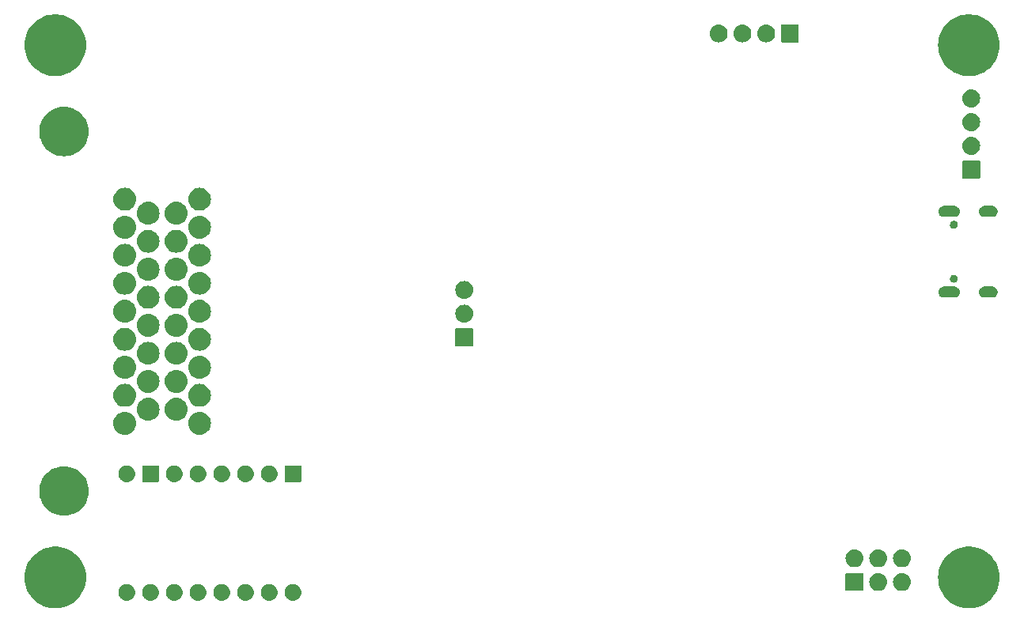
<source format=gbr>
%TF.GenerationSoftware,KiCad,Pcbnew,8.0.6*%
%TF.CreationDate,2024-11-18T15:03:55+07:00*%
%TF.ProjectId,NO2C,4e4f3243-2e6b-4696-9361-645f70636258,vD1*%
%TF.SameCoordinates,Original*%
%TF.FileFunction,Soldermask,Bot*%
%TF.FilePolarity,Negative*%
%FSLAX46Y46*%
G04 Gerber Fmt 4.6, Leading zero omitted, Abs format (unit mm)*
G04 Created by KiCad (PCBNEW 8.0.6) date 2024-11-18 15:03:55*
%MOMM*%
%LPD*%
G01*
G04 APERTURE LIST*
G04 APERTURE END LIST*
G36*
X4034139Y6758106D02*
G01*
X4383272Y6681257D01*
X4722048Y6567110D01*
X5046497Y6417003D01*
X5352815Y6232698D01*
X5637411Y6016354D01*
X5896947Y5770509D01*
X6128381Y5498043D01*
X6329000Y5202153D01*
X6496451Y4886306D01*
X6628772Y4554206D01*
X6724410Y4209746D01*
X6782246Y3856966D01*
X6801600Y3500000D01*
X6782246Y3143034D01*
X6724410Y2790254D01*
X6628772Y2445794D01*
X6496451Y2113694D01*
X6329000Y1797847D01*
X6128381Y1501957D01*
X5896947Y1229491D01*
X5637411Y983646D01*
X5352815Y767302D01*
X5046497Y582997D01*
X4722048Y432890D01*
X4383272Y318743D01*
X4034139Y241894D01*
X3678745Y203242D01*
X3321255Y203242D01*
X2965861Y241894D01*
X2616728Y318743D01*
X2277952Y432890D01*
X1953503Y582997D01*
X1647185Y767302D01*
X1362589Y983646D01*
X1103053Y1229491D01*
X871619Y1501957D01*
X671000Y1797847D01*
X503549Y2113694D01*
X371228Y2445794D01*
X275590Y2790254D01*
X217754Y3143034D01*
X198400Y3500000D01*
X217754Y3856966D01*
X275590Y4209746D01*
X371228Y4554206D01*
X503549Y4886306D01*
X671000Y5202153D01*
X871619Y5498043D01*
X1103053Y5770509D01*
X1362589Y6016354D01*
X1647185Y6232698D01*
X1953503Y6417003D01*
X2277952Y6567110D01*
X2616728Y6681257D01*
X2965861Y6758106D01*
X3321255Y6796758D01*
X3678745Y6796758D01*
X4034139Y6758106D01*
G37*
G36*
X101784139Y6758106D02*
G01*
X102133272Y6681257D01*
X102472048Y6567110D01*
X102796497Y6417003D01*
X103102815Y6232698D01*
X103387411Y6016354D01*
X103646947Y5770509D01*
X103878381Y5498043D01*
X104079000Y5202153D01*
X104246451Y4886306D01*
X104378772Y4554206D01*
X104474410Y4209746D01*
X104532246Y3856966D01*
X104551600Y3500000D01*
X104532246Y3143034D01*
X104474410Y2790254D01*
X104378772Y2445794D01*
X104246451Y2113694D01*
X104079000Y1797847D01*
X103878381Y1501957D01*
X103646947Y1229491D01*
X103387411Y983646D01*
X103102815Y767302D01*
X102796497Y582997D01*
X102472048Y432890D01*
X102133272Y318743D01*
X101784139Y241894D01*
X101428745Y203242D01*
X101071255Y203242D01*
X100715861Y241894D01*
X100366728Y318743D01*
X100027952Y432890D01*
X99703503Y582997D01*
X99397185Y767302D01*
X99112589Y983646D01*
X98853053Y1229491D01*
X98621619Y1501957D01*
X98421000Y1797847D01*
X98253549Y2113694D01*
X98121228Y2445794D01*
X98025590Y2790254D01*
X97967754Y3143034D01*
X97948400Y3500000D01*
X97967754Y3856966D01*
X98025590Y4209746D01*
X98121228Y4554206D01*
X98253549Y4886306D01*
X98421000Y5202153D01*
X98621619Y5498043D01*
X98853053Y5770509D01*
X99112589Y6016354D01*
X99397185Y6232698D01*
X99703503Y6417003D01*
X100027952Y6567110D01*
X100366728Y6681257D01*
X100715861Y6758106D01*
X101071255Y6796758D01*
X101428745Y6796758D01*
X101784139Y6758106D01*
G37*
G36*
X11197659Y2798661D02*
G01*
X11244243Y2798661D01*
X11284468Y2790111D01*
X11325842Y2786036D01*
X11377821Y2770269D01*
X11428610Y2759473D01*
X11461108Y2745004D01*
X11494934Y2734743D01*
X11548690Y2706010D01*
X11600800Y2682809D01*
X11625025Y2665208D01*
X11650765Y2651450D01*
X11703273Y2608358D01*
X11753288Y2572019D01*
X11769527Y2553983D01*
X11787353Y2539354D01*
X11835254Y2480987D01*
X11879410Y2431947D01*
X11888685Y2415881D01*
X11899449Y2402766D01*
X11939262Y2328281D01*
X11973653Y2268714D01*
X11977609Y2256538D01*
X11982742Y2246935D01*
X12011041Y2153644D01*
X12031898Y2089453D01*
X12032632Y2082468D01*
X12034035Y2077843D01*
X12047689Y1939203D01*
X12051600Y1902000D01*
X12047689Y1864795D01*
X12034035Y1726158D01*
X12032632Y1721535D01*
X12031898Y1714547D01*
X12011036Y1650343D01*
X11982742Y1557066D01*
X11977610Y1547465D01*
X11973653Y1535286D01*
X11939255Y1475708D01*
X11899449Y1401235D01*
X11888687Y1388123D01*
X11879410Y1372053D01*
X11835245Y1323004D01*
X11787353Y1264647D01*
X11769531Y1250022D01*
X11753288Y1231981D01*
X11703262Y1195636D01*
X11650765Y1152551D01*
X11625030Y1138796D01*
X11600800Y1121191D01*
X11548679Y1097986D01*
X11494934Y1069258D01*
X11461115Y1059000D01*
X11428610Y1044527D01*
X11377810Y1033730D01*
X11325842Y1017965D01*
X11284476Y1013891D01*
X11244243Y1005339D01*
X11197649Y1005339D01*
X11150000Y1000646D01*
X11102351Y1005339D01*
X11055757Y1005339D01*
X11015523Y1013891D01*
X10974157Y1017965D01*
X10922185Y1033731D01*
X10871390Y1044527D01*
X10838886Y1058999D01*
X10805065Y1069258D01*
X10751314Y1097989D01*
X10699200Y1121191D01*
X10674972Y1138794D01*
X10649234Y1152551D01*
X10596728Y1195642D01*
X10546712Y1231981D01*
X10530471Y1250018D01*
X10512646Y1264647D01*
X10464743Y1323017D01*
X10420590Y1372053D01*
X10411314Y1388119D01*
X10400550Y1401235D01*
X10360731Y1475731D01*
X10326347Y1535286D01*
X10322391Y1547461D01*
X10317257Y1557066D01*
X10288948Y1650389D01*
X10268102Y1714547D01*
X10267368Y1721530D01*
X10265964Y1726158D01*
X10252294Y1864946D01*
X10248400Y1902000D01*
X10252294Y1939052D01*
X10265964Y2077843D01*
X10267368Y2082473D01*
X10268102Y2089453D01*
X10288943Y2153598D01*
X10317257Y2246935D01*
X10322392Y2256543D01*
X10326347Y2268714D01*
X10360724Y2328257D01*
X10400550Y2402766D01*
X10411316Y2415885D01*
X10420590Y2431947D01*
X10464733Y2480974D01*
X10512646Y2539354D01*
X10530474Y2553986D01*
X10546712Y2572019D01*
X10596718Y2608351D01*
X10649234Y2651450D01*
X10674977Y2665210D01*
X10699200Y2682809D01*
X10751303Y2706007D01*
X10805065Y2734743D01*
X10838893Y2745005D01*
X10871390Y2759473D01*
X10922174Y2770268D01*
X10974157Y2786036D01*
X11015532Y2790112D01*
X11055757Y2798661D01*
X11102341Y2798661D01*
X11150000Y2803355D01*
X11197659Y2798661D01*
G37*
G36*
X13737659Y2798661D02*
G01*
X13784243Y2798661D01*
X13824468Y2790111D01*
X13865842Y2786036D01*
X13917821Y2770269D01*
X13968610Y2759473D01*
X14001108Y2745004D01*
X14034934Y2734743D01*
X14088690Y2706010D01*
X14140800Y2682809D01*
X14165025Y2665208D01*
X14190765Y2651450D01*
X14243273Y2608358D01*
X14293288Y2572019D01*
X14309527Y2553983D01*
X14327353Y2539354D01*
X14375254Y2480987D01*
X14419410Y2431947D01*
X14428685Y2415881D01*
X14439449Y2402766D01*
X14479262Y2328281D01*
X14513653Y2268714D01*
X14517609Y2256538D01*
X14522742Y2246935D01*
X14551041Y2153644D01*
X14571898Y2089453D01*
X14572632Y2082468D01*
X14574035Y2077843D01*
X14587689Y1939203D01*
X14591600Y1902000D01*
X14587689Y1864795D01*
X14574035Y1726158D01*
X14572632Y1721535D01*
X14571898Y1714547D01*
X14551036Y1650343D01*
X14522742Y1557066D01*
X14517610Y1547465D01*
X14513653Y1535286D01*
X14479255Y1475708D01*
X14439449Y1401235D01*
X14428687Y1388123D01*
X14419410Y1372053D01*
X14375245Y1323004D01*
X14327353Y1264647D01*
X14309531Y1250022D01*
X14293288Y1231981D01*
X14243262Y1195636D01*
X14190765Y1152551D01*
X14165030Y1138796D01*
X14140800Y1121191D01*
X14088679Y1097986D01*
X14034934Y1069258D01*
X14001115Y1059000D01*
X13968610Y1044527D01*
X13917810Y1033730D01*
X13865842Y1017965D01*
X13824476Y1013891D01*
X13784243Y1005339D01*
X13737649Y1005339D01*
X13690000Y1000646D01*
X13642351Y1005339D01*
X13595757Y1005339D01*
X13555523Y1013891D01*
X13514157Y1017965D01*
X13462185Y1033731D01*
X13411390Y1044527D01*
X13378886Y1058999D01*
X13345065Y1069258D01*
X13291314Y1097989D01*
X13239200Y1121191D01*
X13214972Y1138794D01*
X13189234Y1152551D01*
X13136728Y1195642D01*
X13086712Y1231981D01*
X13070471Y1250018D01*
X13052646Y1264647D01*
X13004743Y1323017D01*
X12960590Y1372053D01*
X12951314Y1388119D01*
X12940550Y1401235D01*
X12900731Y1475731D01*
X12866347Y1535286D01*
X12862391Y1547461D01*
X12857257Y1557066D01*
X12828948Y1650389D01*
X12808102Y1714547D01*
X12807368Y1721530D01*
X12805964Y1726158D01*
X12792294Y1864946D01*
X12788400Y1902000D01*
X12792294Y1939052D01*
X12805964Y2077843D01*
X12807368Y2082473D01*
X12808102Y2089453D01*
X12828943Y2153598D01*
X12857257Y2246935D01*
X12862392Y2256543D01*
X12866347Y2268714D01*
X12900724Y2328257D01*
X12940550Y2402766D01*
X12951316Y2415885D01*
X12960590Y2431947D01*
X13004733Y2480974D01*
X13052646Y2539354D01*
X13070474Y2553986D01*
X13086712Y2572019D01*
X13136718Y2608351D01*
X13189234Y2651450D01*
X13214977Y2665210D01*
X13239200Y2682809D01*
X13291303Y2706007D01*
X13345065Y2734743D01*
X13378893Y2745005D01*
X13411390Y2759473D01*
X13462174Y2770268D01*
X13514157Y2786036D01*
X13555532Y2790112D01*
X13595757Y2798661D01*
X13642341Y2798661D01*
X13690000Y2803355D01*
X13737659Y2798661D01*
G37*
G36*
X16277659Y2798661D02*
G01*
X16324243Y2798661D01*
X16364468Y2790111D01*
X16405842Y2786036D01*
X16457821Y2770269D01*
X16508610Y2759473D01*
X16541108Y2745004D01*
X16574934Y2734743D01*
X16628690Y2706010D01*
X16680800Y2682809D01*
X16705025Y2665208D01*
X16730765Y2651450D01*
X16783273Y2608358D01*
X16833288Y2572019D01*
X16849527Y2553983D01*
X16867353Y2539354D01*
X16915254Y2480987D01*
X16959410Y2431947D01*
X16968685Y2415881D01*
X16979449Y2402766D01*
X17019262Y2328281D01*
X17053653Y2268714D01*
X17057609Y2256538D01*
X17062742Y2246935D01*
X17091041Y2153644D01*
X17111898Y2089453D01*
X17112632Y2082468D01*
X17114035Y2077843D01*
X17127689Y1939203D01*
X17131600Y1902000D01*
X17127689Y1864795D01*
X17114035Y1726158D01*
X17112632Y1721535D01*
X17111898Y1714547D01*
X17091036Y1650343D01*
X17062742Y1557066D01*
X17057610Y1547465D01*
X17053653Y1535286D01*
X17019255Y1475708D01*
X16979449Y1401235D01*
X16968687Y1388123D01*
X16959410Y1372053D01*
X16915245Y1323004D01*
X16867353Y1264647D01*
X16849531Y1250022D01*
X16833288Y1231981D01*
X16783262Y1195636D01*
X16730765Y1152551D01*
X16705030Y1138796D01*
X16680800Y1121191D01*
X16628679Y1097986D01*
X16574934Y1069258D01*
X16541115Y1059000D01*
X16508610Y1044527D01*
X16457810Y1033730D01*
X16405842Y1017965D01*
X16364476Y1013891D01*
X16324243Y1005339D01*
X16277649Y1005339D01*
X16230000Y1000646D01*
X16182351Y1005339D01*
X16135757Y1005339D01*
X16095523Y1013891D01*
X16054157Y1017965D01*
X16002185Y1033731D01*
X15951390Y1044527D01*
X15918886Y1058999D01*
X15885065Y1069258D01*
X15831314Y1097989D01*
X15779200Y1121191D01*
X15754972Y1138794D01*
X15729234Y1152551D01*
X15676728Y1195642D01*
X15626712Y1231981D01*
X15610471Y1250018D01*
X15592646Y1264647D01*
X15544743Y1323017D01*
X15500590Y1372053D01*
X15491314Y1388119D01*
X15480550Y1401235D01*
X15440731Y1475731D01*
X15406347Y1535286D01*
X15402391Y1547461D01*
X15397257Y1557066D01*
X15368948Y1650389D01*
X15348102Y1714547D01*
X15347368Y1721530D01*
X15345964Y1726158D01*
X15332294Y1864946D01*
X15328400Y1902000D01*
X15332294Y1939052D01*
X15345964Y2077843D01*
X15347368Y2082473D01*
X15348102Y2089453D01*
X15368943Y2153598D01*
X15397257Y2246935D01*
X15402392Y2256543D01*
X15406347Y2268714D01*
X15440724Y2328257D01*
X15480550Y2402766D01*
X15491316Y2415885D01*
X15500590Y2431947D01*
X15544733Y2480974D01*
X15592646Y2539354D01*
X15610474Y2553986D01*
X15626712Y2572019D01*
X15676718Y2608351D01*
X15729234Y2651450D01*
X15754977Y2665210D01*
X15779200Y2682809D01*
X15831303Y2706007D01*
X15885065Y2734743D01*
X15918893Y2745005D01*
X15951390Y2759473D01*
X16002174Y2770268D01*
X16054157Y2786036D01*
X16095532Y2790112D01*
X16135757Y2798661D01*
X16182341Y2798661D01*
X16230000Y2803355D01*
X16277659Y2798661D01*
G37*
G36*
X18817659Y2798661D02*
G01*
X18864243Y2798661D01*
X18904468Y2790111D01*
X18945842Y2786036D01*
X18997821Y2770269D01*
X19048610Y2759473D01*
X19081108Y2745004D01*
X19114934Y2734743D01*
X19168690Y2706010D01*
X19220800Y2682809D01*
X19245025Y2665208D01*
X19270765Y2651450D01*
X19323273Y2608358D01*
X19373288Y2572019D01*
X19389527Y2553983D01*
X19407353Y2539354D01*
X19455254Y2480987D01*
X19499410Y2431947D01*
X19508685Y2415881D01*
X19519449Y2402766D01*
X19559262Y2328281D01*
X19593653Y2268714D01*
X19597609Y2256538D01*
X19602742Y2246935D01*
X19631041Y2153644D01*
X19651898Y2089453D01*
X19652632Y2082468D01*
X19654035Y2077843D01*
X19667689Y1939203D01*
X19671600Y1902000D01*
X19667689Y1864795D01*
X19654035Y1726158D01*
X19652632Y1721535D01*
X19651898Y1714547D01*
X19631036Y1650343D01*
X19602742Y1557066D01*
X19597610Y1547465D01*
X19593653Y1535286D01*
X19559255Y1475708D01*
X19519449Y1401235D01*
X19508687Y1388123D01*
X19499410Y1372053D01*
X19455245Y1323004D01*
X19407353Y1264647D01*
X19389531Y1250022D01*
X19373288Y1231981D01*
X19323262Y1195636D01*
X19270765Y1152551D01*
X19245030Y1138796D01*
X19220800Y1121191D01*
X19168679Y1097986D01*
X19114934Y1069258D01*
X19081115Y1059000D01*
X19048610Y1044527D01*
X18997810Y1033730D01*
X18945842Y1017965D01*
X18904476Y1013891D01*
X18864243Y1005339D01*
X18817649Y1005339D01*
X18770000Y1000646D01*
X18722351Y1005339D01*
X18675757Y1005339D01*
X18635523Y1013891D01*
X18594157Y1017965D01*
X18542185Y1033731D01*
X18491390Y1044527D01*
X18458886Y1058999D01*
X18425065Y1069258D01*
X18371314Y1097989D01*
X18319200Y1121191D01*
X18294972Y1138794D01*
X18269234Y1152551D01*
X18216728Y1195642D01*
X18166712Y1231981D01*
X18150471Y1250018D01*
X18132646Y1264647D01*
X18084743Y1323017D01*
X18040590Y1372053D01*
X18031314Y1388119D01*
X18020550Y1401235D01*
X17980731Y1475731D01*
X17946347Y1535286D01*
X17942391Y1547461D01*
X17937257Y1557066D01*
X17908948Y1650389D01*
X17888102Y1714547D01*
X17887368Y1721530D01*
X17885964Y1726158D01*
X17872294Y1864946D01*
X17868400Y1902000D01*
X17872294Y1939052D01*
X17885964Y2077843D01*
X17887368Y2082473D01*
X17888102Y2089453D01*
X17908943Y2153598D01*
X17937257Y2246935D01*
X17942392Y2256543D01*
X17946347Y2268714D01*
X17980724Y2328257D01*
X18020550Y2402766D01*
X18031316Y2415885D01*
X18040590Y2431947D01*
X18084733Y2480974D01*
X18132646Y2539354D01*
X18150474Y2553986D01*
X18166712Y2572019D01*
X18216718Y2608351D01*
X18269234Y2651450D01*
X18294977Y2665210D01*
X18319200Y2682809D01*
X18371303Y2706007D01*
X18425065Y2734743D01*
X18458893Y2745005D01*
X18491390Y2759473D01*
X18542174Y2770268D01*
X18594157Y2786036D01*
X18635532Y2790112D01*
X18675757Y2798661D01*
X18722341Y2798661D01*
X18770000Y2803355D01*
X18817659Y2798661D01*
G37*
G36*
X21357659Y2798661D02*
G01*
X21404243Y2798661D01*
X21444468Y2790111D01*
X21485842Y2786036D01*
X21537821Y2770269D01*
X21588610Y2759473D01*
X21621108Y2745004D01*
X21654934Y2734743D01*
X21708690Y2706010D01*
X21760800Y2682809D01*
X21785025Y2665208D01*
X21810765Y2651450D01*
X21863273Y2608358D01*
X21913288Y2572019D01*
X21929527Y2553983D01*
X21947353Y2539354D01*
X21995254Y2480987D01*
X22039410Y2431947D01*
X22048685Y2415881D01*
X22059449Y2402766D01*
X22099262Y2328281D01*
X22133653Y2268714D01*
X22137609Y2256538D01*
X22142742Y2246935D01*
X22171041Y2153644D01*
X22191898Y2089453D01*
X22192632Y2082468D01*
X22194035Y2077843D01*
X22207689Y1939203D01*
X22211600Y1902000D01*
X22207689Y1864795D01*
X22194035Y1726158D01*
X22192632Y1721535D01*
X22191898Y1714547D01*
X22171036Y1650343D01*
X22142742Y1557066D01*
X22137610Y1547465D01*
X22133653Y1535286D01*
X22099255Y1475708D01*
X22059449Y1401235D01*
X22048687Y1388123D01*
X22039410Y1372053D01*
X21995245Y1323004D01*
X21947353Y1264647D01*
X21929531Y1250022D01*
X21913288Y1231981D01*
X21863262Y1195636D01*
X21810765Y1152551D01*
X21785030Y1138796D01*
X21760800Y1121191D01*
X21708679Y1097986D01*
X21654934Y1069258D01*
X21621115Y1059000D01*
X21588610Y1044527D01*
X21537810Y1033730D01*
X21485842Y1017965D01*
X21444476Y1013891D01*
X21404243Y1005339D01*
X21357649Y1005339D01*
X21310000Y1000646D01*
X21262351Y1005339D01*
X21215757Y1005339D01*
X21175523Y1013891D01*
X21134157Y1017965D01*
X21082185Y1033731D01*
X21031390Y1044527D01*
X20998886Y1058999D01*
X20965065Y1069258D01*
X20911314Y1097989D01*
X20859200Y1121191D01*
X20834972Y1138794D01*
X20809234Y1152551D01*
X20756728Y1195642D01*
X20706712Y1231981D01*
X20690471Y1250018D01*
X20672646Y1264647D01*
X20624743Y1323017D01*
X20580590Y1372053D01*
X20571314Y1388119D01*
X20560550Y1401235D01*
X20520731Y1475731D01*
X20486347Y1535286D01*
X20482391Y1547461D01*
X20477257Y1557066D01*
X20448948Y1650389D01*
X20428102Y1714547D01*
X20427368Y1721530D01*
X20425964Y1726158D01*
X20412294Y1864946D01*
X20408400Y1902000D01*
X20412294Y1939052D01*
X20425964Y2077843D01*
X20427368Y2082473D01*
X20428102Y2089453D01*
X20448943Y2153598D01*
X20477257Y2246935D01*
X20482392Y2256543D01*
X20486347Y2268714D01*
X20520724Y2328257D01*
X20560550Y2402766D01*
X20571316Y2415885D01*
X20580590Y2431947D01*
X20624733Y2480974D01*
X20672646Y2539354D01*
X20690474Y2553986D01*
X20706712Y2572019D01*
X20756718Y2608351D01*
X20809234Y2651450D01*
X20834977Y2665210D01*
X20859200Y2682809D01*
X20911303Y2706007D01*
X20965065Y2734743D01*
X20998893Y2745005D01*
X21031390Y2759473D01*
X21082174Y2770268D01*
X21134157Y2786036D01*
X21175532Y2790112D01*
X21215757Y2798661D01*
X21262341Y2798661D01*
X21310000Y2803355D01*
X21357659Y2798661D01*
G37*
G36*
X23897659Y2798661D02*
G01*
X23944243Y2798661D01*
X23984468Y2790111D01*
X24025842Y2786036D01*
X24077821Y2770269D01*
X24128610Y2759473D01*
X24161108Y2745004D01*
X24194934Y2734743D01*
X24248690Y2706010D01*
X24300800Y2682809D01*
X24325025Y2665208D01*
X24350765Y2651450D01*
X24403273Y2608358D01*
X24453288Y2572019D01*
X24469527Y2553983D01*
X24487353Y2539354D01*
X24535254Y2480987D01*
X24579410Y2431947D01*
X24588685Y2415881D01*
X24599449Y2402766D01*
X24639262Y2328281D01*
X24673653Y2268714D01*
X24677609Y2256538D01*
X24682742Y2246935D01*
X24711041Y2153644D01*
X24731898Y2089453D01*
X24732632Y2082468D01*
X24734035Y2077843D01*
X24747689Y1939203D01*
X24751600Y1902000D01*
X24747689Y1864795D01*
X24734035Y1726158D01*
X24732632Y1721535D01*
X24731898Y1714547D01*
X24711036Y1650343D01*
X24682742Y1557066D01*
X24677610Y1547465D01*
X24673653Y1535286D01*
X24639255Y1475708D01*
X24599449Y1401235D01*
X24588687Y1388123D01*
X24579410Y1372053D01*
X24535245Y1323004D01*
X24487353Y1264647D01*
X24469531Y1250022D01*
X24453288Y1231981D01*
X24403262Y1195636D01*
X24350765Y1152551D01*
X24325030Y1138796D01*
X24300800Y1121191D01*
X24248679Y1097986D01*
X24194934Y1069258D01*
X24161115Y1059000D01*
X24128610Y1044527D01*
X24077810Y1033730D01*
X24025842Y1017965D01*
X23984476Y1013891D01*
X23944243Y1005339D01*
X23897649Y1005339D01*
X23850000Y1000646D01*
X23802351Y1005339D01*
X23755757Y1005339D01*
X23715523Y1013891D01*
X23674157Y1017965D01*
X23622185Y1033731D01*
X23571390Y1044527D01*
X23538886Y1058999D01*
X23505065Y1069258D01*
X23451314Y1097989D01*
X23399200Y1121191D01*
X23374972Y1138794D01*
X23349234Y1152551D01*
X23296728Y1195642D01*
X23246712Y1231981D01*
X23230471Y1250018D01*
X23212646Y1264647D01*
X23164743Y1323017D01*
X23120590Y1372053D01*
X23111314Y1388119D01*
X23100550Y1401235D01*
X23060731Y1475731D01*
X23026347Y1535286D01*
X23022391Y1547461D01*
X23017257Y1557066D01*
X22988948Y1650389D01*
X22968102Y1714547D01*
X22967368Y1721530D01*
X22965964Y1726158D01*
X22952294Y1864946D01*
X22948400Y1902000D01*
X22952294Y1939052D01*
X22965964Y2077843D01*
X22967368Y2082473D01*
X22968102Y2089453D01*
X22988943Y2153598D01*
X23017257Y2246935D01*
X23022392Y2256543D01*
X23026347Y2268714D01*
X23060724Y2328257D01*
X23100550Y2402766D01*
X23111316Y2415885D01*
X23120590Y2431947D01*
X23164733Y2480974D01*
X23212646Y2539354D01*
X23230474Y2553986D01*
X23246712Y2572019D01*
X23296718Y2608351D01*
X23349234Y2651450D01*
X23374977Y2665210D01*
X23399200Y2682809D01*
X23451303Y2706007D01*
X23505065Y2734743D01*
X23538893Y2745005D01*
X23571390Y2759473D01*
X23622174Y2770268D01*
X23674157Y2786036D01*
X23715532Y2790112D01*
X23755757Y2798661D01*
X23802341Y2798661D01*
X23850000Y2803355D01*
X23897659Y2798661D01*
G37*
G36*
X26437659Y2798661D02*
G01*
X26484243Y2798661D01*
X26524468Y2790111D01*
X26565842Y2786036D01*
X26617821Y2770269D01*
X26668610Y2759473D01*
X26701108Y2745004D01*
X26734934Y2734743D01*
X26788690Y2706010D01*
X26840800Y2682809D01*
X26865025Y2665208D01*
X26890765Y2651450D01*
X26943273Y2608358D01*
X26993288Y2572019D01*
X27009527Y2553983D01*
X27027353Y2539354D01*
X27075254Y2480987D01*
X27119410Y2431947D01*
X27128685Y2415881D01*
X27139449Y2402766D01*
X27179262Y2328281D01*
X27213653Y2268714D01*
X27217609Y2256538D01*
X27222742Y2246935D01*
X27251041Y2153644D01*
X27271898Y2089453D01*
X27272632Y2082468D01*
X27274035Y2077843D01*
X27287689Y1939203D01*
X27291600Y1902000D01*
X27287689Y1864795D01*
X27274035Y1726158D01*
X27272632Y1721535D01*
X27271898Y1714547D01*
X27251036Y1650343D01*
X27222742Y1557066D01*
X27217610Y1547465D01*
X27213653Y1535286D01*
X27179255Y1475708D01*
X27139449Y1401235D01*
X27128687Y1388123D01*
X27119410Y1372053D01*
X27075245Y1323004D01*
X27027353Y1264647D01*
X27009531Y1250022D01*
X26993288Y1231981D01*
X26943262Y1195636D01*
X26890765Y1152551D01*
X26865030Y1138796D01*
X26840800Y1121191D01*
X26788679Y1097986D01*
X26734934Y1069258D01*
X26701115Y1059000D01*
X26668610Y1044527D01*
X26617810Y1033730D01*
X26565842Y1017965D01*
X26524476Y1013891D01*
X26484243Y1005339D01*
X26437649Y1005339D01*
X26390000Y1000646D01*
X26342351Y1005339D01*
X26295757Y1005339D01*
X26255523Y1013891D01*
X26214157Y1017965D01*
X26162185Y1033731D01*
X26111390Y1044527D01*
X26078886Y1058999D01*
X26045065Y1069258D01*
X25991314Y1097989D01*
X25939200Y1121191D01*
X25914972Y1138794D01*
X25889234Y1152551D01*
X25836728Y1195642D01*
X25786712Y1231981D01*
X25770471Y1250018D01*
X25752646Y1264647D01*
X25704743Y1323017D01*
X25660590Y1372053D01*
X25651314Y1388119D01*
X25640550Y1401235D01*
X25600731Y1475731D01*
X25566347Y1535286D01*
X25562391Y1547461D01*
X25557257Y1557066D01*
X25528948Y1650389D01*
X25508102Y1714547D01*
X25507368Y1721530D01*
X25505964Y1726158D01*
X25492294Y1864946D01*
X25488400Y1902000D01*
X25492294Y1939052D01*
X25505964Y2077843D01*
X25507368Y2082473D01*
X25508102Y2089453D01*
X25528943Y2153598D01*
X25557257Y2246935D01*
X25562392Y2256543D01*
X25566347Y2268714D01*
X25600724Y2328257D01*
X25640550Y2402766D01*
X25651316Y2415885D01*
X25660590Y2431947D01*
X25704733Y2480974D01*
X25752646Y2539354D01*
X25770474Y2553986D01*
X25786712Y2572019D01*
X25836718Y2608351D01*
X25889234Y2651450D01*
X25914977Y2665210D01*
X25939200Y2682809D01*
X25991303Y2706007D01*
X26045065Y2734743D01*
X26078893Y2745005D01*
X26111390Y2759473D01*
X26162174Y2770268D01*
X26214157Y2786036D01*
X26255532Y2790112D01*
X26295757Y2798661D01*
X26342341Y2798661D01*
X26390000Y2803355D01*
X26437659Y2798661D01*
G37*
G36*
X28977659Y2798661D02*
G01*
X29024243Y2798661D01*
X29064468Y2790111D01*
X29105842Y2786036D01*
X29157821Y2770269D01*
X29208610Y2759473D01*
X29241108Y2745004D01*
X29274934Y2734743D01*
X29328690Y2706010D01*
X29380800Y2682809D01*
X29405025Y2665208D01*
X29430765Y2651450D01*
X29483273Y2608358D01*
X29533288Y2572019D01*
X29549527Y2553983D01*
X29567353Y2539354D01*
X29615254Y2480987D01*
X29659410Y2431947D01*
X29668685Y2415881D01*
X29679449Y2402766D01*
X29719262Y2328281D01*
X29753653Y2268714D01*
X29757609Y2256538D01*
X29762742Y2246935D01*
X29791041Y2153644D01*
X29811898Y2089453D01*
X29812632Y2082468D01*
X29814035Y2077843D01*
X29827689Y1939203D01*
X29831600Y1902000D01*
X29827689Y1864795D01*
X29814035Y1726158D01*
X29812632Y1721535D01*
X29811898Y1714547D01*
X29791036Y1650343D01*
X29762742Y1557066D01*
X29757610Y1547465D01*
X29753653Y1535286D01*
X29719255Y1475708D01*
X29679449Y1401235D01*
X29668687Y1388123D01*
X29659410Y1372053D01*
X29615245Y1323004D01*
X29567353Y1264647D01*
X29549531Y1250022D01*
X29533288Y1231981D01*
X29483262Y1195636D01*
X29430765Y1152551D01*
X29405030Y1138796D01*
X29380800Y1121191D01*
X29328679Y1097986D01*
X29274934Y1069258D01*
X29241115Y1059000D01*
X29208610Y1044527D01*
X29157810Y1033730D01*
X29105842Y1017965D01*
X29064476Y1013891D01*
X29024243Y1005339D01*
X28977649Y1005339D01*
X28930000Y1000646D01*
X28882351Y1005339D01*
X28835757Y1005339D01*
X28795523Y1013891D01*
X28754157Y1017965D01*
X28702185Y1033731D01*
X28651390Y1044527D01*
X28618886Y1058999D01*
X28585065Y1069258D01*
X28531314Y1097989D01*
X28479200Y1121191D01*
X28454972Y1138794D01*
X28429234Y1152551D01*
X28376728Y1195642D01*
X28326712Y1231981D01*
X28310471Y1250018D01*
X28292646Y1264647D01*
X28244743Y1323017D01*
X28200590Y1372053D01*
X28191314Y1388119D01*
X28180550Y1401235D01*
X28140731Y1475731D01*
X28106347Y1535286D01*
X28102391Y1547461D01*
X28097257Y1557066D01*
X28068948Y1650389D01*
X28048102Y1714547D01*
X28047368Y1721530D01*
X28045964Y1726158D01*
X28032294Y1864946D01*
X28028400Y1902000D01*
X28032294Y1939052D01*
X28045964Y2077843D01*
X28047368Y2082473D01*
X28048102Y2089453D01*
X28068943Y2153598D01*
X28097257Y2246935D01*
X28102392Y2256543D01*
X28106347Y2268714D01*
X28140724Y2328257D01*
X28180550Y2402766D01*
X28191316Y2415885D01*
X28200590Y2431947D01*
X28244733Y2480974D01*
X28292646Y2539354D01*
X28310474Y2553986D01*
X28326712Y2572019D01*
X28376718Y2608351D01*
X28429234Y2651450D01*
X28454977Y2665210D01*
X28479200Y2682809D01*
X28531303Y2706007D01*
X28585065Y2734743D01*
X28618893Y2745005D01*
X28651390Y2759473D01*
X28702174Y2770268D01*
X28754157Y2786036D01*
X28795532Y2790112D01*
X28835757Y2798661D01*
X28882341Y2798661D01*
X28930000Y2803355D01*
X28977659Y2798661D01*
G37*
G36*
X89888881Y3943866D02*
G01*
X89921842Y3921842D01*
X89943866Y3888881D01*
X89951600Y3850000D01*
X89951600Y2150000D01*
X89943866Y2111119D01*
X89921842Y2078158D01*
X89888881Y2056134D01*
X89850000Y2048400D01*
X88150000Y2048400D01*
X88111119Y2056134D01*
X88078158Y2078158D01*
X88056134Y2111119D01*
X88048400Y2150000D01*
X88048400Y3850000D01*
X88056134Y3888881D01*
X88078158Y3921842D01*
X88111119Y3943866D01*
X88150000Y3951600D01*
X89850000Y3951600D01*
X89888881Y3943866D01*
G37*
G36*
X91725648Y3933315D02*
G01*
X91904162Y3879164D01*
X92068681Y3791226D01*
X92212883Y3672883D01*
X92331226Y3528681D01*
X92419164Y3364162D01*
X92473315Y3185648D01*
X92491600Y3000000D01*
X92473315Y2814352D01*
X92419164Y2635838D01*
X92331226Y2471319D01*
X92212883Y2327117D01*
X92068681Y2208774D01*
X91904162Y2120836D01*
X91725648Y2066685D01*
X91540000Y2048400D01*
X91354352Y2066685D01*
X91175838Y2120836D01*
X91011319Y2208774D01*
X90867117Y2327117D01*
X90748774Y2471319D01*
X90660836Y2635838D01*
X90606685Y2814352D01*
X90588400Y3000000D01*
X90606685Y3185648D01*
X90660836Y3364162D01*
X90748774Y3528681D01*
X90867117Y3672883D01*
X91011319Y3791226D01*
X91175838Y3879164D01*
X91354352Y3933315D01*
X91540000Y3951600D01*
X91725648Y3933315D01*
G37*
G36*
X94265648Y3933315D02*
G01*
X94444162Y3879164D01*
X94608681Y3791226D01*
X94752883Y3672883D01*
X94871226Y3528681D01*
X94959164Y3364162D01*
X95013315Y3185648D01*
X95031600Y3000000D01*
X95013315Y2814352D01*
X94959164Y2635838D01*
X94871226Y2471319D01*
X94752883Y2327117D01*
X94608681Y2208774D01*
X94444162Y2120836D01*
X94265648Y2066685D01*
X94080000Y2048400D01*
X93894352Y2066685D01*
X93715838Y2120836D01*
X93551319Y2208774D01*
X93407117Y2327117D01*
X93288774Y2471319D01*
X93200836Y2635838D01*
X93146685Y2814352D01*
X93128400Y3000000D01*
X93146685Y3185648D01*
X93200836Y3364162D01*
X93288774Y3528681D01*
X93407117Y3672883D01*
X93551319Y3791226D01*
X93715838Y3879164D01*
X93894352Y3933315D01*
X94080000Y3951600D01*
X94265648Y3933315D01*
G37*
G36*
X89185648Y6473315D02*
G01*
X89364162Y6419164D01*
X89528681Y6331226D01*
X89672883Y6212883D01*
X89791226Y6068681D01*
X89879164Y5904162D01*
X89933315Y5725648D01*
X89951600Y5540000D01*
X89933315Y5354352D01*
X89879164Y5175838D01*
X89791226Y5011319D01*
X89672883Y4867117D01*
X89528681Y4748774D01*
X89364162Y4660836D01*
X89185648Y4606685D01*
X89000000Y4588400D01*
X88814352Y4606685D01*
X88635838Y4660836D01*
X88471319Y4748774D01*
X88327117Y4867117D01*
X88208774Y5011319D01*
X88120836Y5175838D01*
X88066685Y5354352D01*
X88048400Y5540000D01*
X88066685Y5725648D01*
X88120836Y5904162D01*
X88208774Y6068681D01*
X88327117Y6212883D01*
X88471319Y6331226D01*
X88635838Y6419164D01*
X88814352Y6473315D01*
X89000000Y6491600D01*
X89185648Y6473315D01*
G37*
G36*
X91725648Y6473315D02*
G01*
X91904162Y6419164D01*
X92068681Y6331226D01*
X92212883Y6212883D01*
X92331226Y6068681D01*
X92419164Y5904162D01*
X92473315Y5725648D01*
X92491600Y5540000D01*
X92473315Y5354352D01*
X92419164Y5175838D01*
X92331226Y5011319D01*
X92212883Y4867117D01*
X92068681Y4748774D01*
X91904162Y4660836D01*
X91725648Y4606685D01*
X91540000Y4588400D01*
X91354352Y4606685D01*
X91175838Y4660836D01*
X91011319Y4748774D01*
X90867117Y4867117D01*
X90748774Y5011319D01*
X90660836Y5175838D01*
X90606685Y5354352D01*
X90588400Y5540000D01*
X90606685Y5725648D01*
X90660836Y5904162D01*
X90748774Y6068681D01*
X90867117Y6212883D01*
X91011319Y6331226D01*
X91175838Y6419164D01*
X91354352Y6473315D01*
X91540000Y6491600D01*
X91725648Y6473315D01*
G37*
G36*
X94265648Y6473315D02*
G01*
X94444162Y6419164D01*
X94608681Y6331226D01*
X94752883Y6212883D01*
X94871226Y6068681D01*
X94959164Y5904162D01*
X95013315Y5725648D01*
X95031600Y5540000D01*
X95013315Y5354352D01*
X94959164Y5175838D01*
X94871226Y5011319D01*
X94752883Y4867117D01*
X94608681Y4748774D01*
X94444162Y4660836D01*
X94265648Y4606685D01*
X94080000Y4588400D01*
X93894352Y4606685D01*
X93715838Y4660836D01*
X93551319Y4748774D01*
X93407117Y4867117D01*
X93288774Y5011319D01*
X93200836Y5175838D01*
X93146685Y5354352D01*
X93128400Y5540000D01*
X93146685Y5725648D01*
X93200836Y5904162D01*
X93288774Y6068681D01*
X93407117Y6212883D01*
X93551319Y6331226D01*
X93715838Y6419164D01*
X93894352Y6473315D01*
X94080000Y6491600D01*
X94265648Y6473315D01*
G37*
G36*
X4757115Y15382267D02*
G01*
X5072069Y15324549D01*
X5377770Y15229289D01*
X5669760Y15097875D01*
X5943780Y14932224D01*
X6195836Y14734751D01*
X6422251Y14508336D01*
X6619724Y14256280D01*
X6785375Y13982260D01*
X6916789Y13690270D01*
X7012049Y13384569D01*
X7069767Y13069615D01*
X7089100Y12750000D01*
X7069767Y12430385D01*
X7012049Y12115431D01*
X6916789Y11809730D01*
X6785375Y11517740D01*
X6619724Y11243720D01*
X6422251Y10991664D01*
X6195836Y10765249D01*
X5943780Y10567776D01*
X5669760Y10402125D01*
X5377770Y10270711D01*
X5072069Y10175451D01*
X4757115Y10117733D01*
X4437500Y10098400D01*
X4117885Y10117733D01*
X3802931Y10175451D01*
X3497230Y10270711D01*
X3205240Y10402125D01*
X2931220Y10567776D01*
X2679164Y10765249D01*
X2452749Y10991664D01*
X2255276Y11243720D01*
X2089625Y11517740D01*
X1958211Y11809730D01*
X1862951Y12115431D01*
X1805233Y12430385D01*
X1785900Y12750000D01*
X1805233Y13069615D01*
X1862951Y13384569D01*
X1958211Y13690270D01*
X2089625Y13982260D01*
X2255276Y14256280D01*
X2452749Y14508336D01*
X2679164Y14734751D01*
X2931220Y14932224D01*
X3205240Y15097875D01*
X3497230Y15229289D01*
X3802931Y15324549D01*
X4117885Y15382267D01*
X4437500Y15401600D01*
X4757115Y15382267D01*
G37*
G36*
X14528881Y15495866D02*
G01*
X14561842Y15473842D01*
X14583866Y15440881D01*
X14591600Y15402000D01*
X14591600Y13802000D01*
X14583866Y13763119D01*
X14561842Y13730158D01*
X14528881Y13708134D01*
X14490000Y13700400D01*
X12890000Y13700400D01*
X12851119Y13708134D01*
X12818158Y13730158D01*
X12796134Y13763119D01*
X12788400Y13802000D01*
X12788400Y15402000D01*
X12796134Y15440881D01*
X12818158Y15473842D01*
X12851119Y15495866D01*
X12890000Y15503600D01*
X14490000Y15503600D01*
X14528881Y15495866D01*
G37*
G36*
X29768881Y15495866D02*
G01*
X29801842Y15473842D01*
X29823866Y15440881D01*
X29831600Y15402000D01*
X29831600Y13802000D01*
X29823866Y13763119D01*
X29801842Y13730158D01*
X29768881Y13708134D01*
X29730000Y13700400D01*
X28130000Y13700400D01*
X28091119Y13708134D01*
X28058158Y13730158D01*
X28036134Y13763119D01*
X28028400Y13802000D01*
X28028400Y15402000D01*
X28036134Y15440881D01*
X28058158Y15473842D01*
X28091119Y15495866D01*
X28130000Y15503600D01*
X29730000Y15503600D01*
X29768881Y15495866D01*
G37*
G36*
X11197659Y15498661D02*
G01*
X11244243Y15498661D01*
X11284468Y15490111D01*
X11325842Y15486036D01*
X11377821Y15470269D01*
X11428610Y15459473D01*
X11461108Y15445004D01*
X11494934Y15434743D01*
X11548690Y15406010D01*
X11600800Y15382809D01*
X11625025Y15365208D01*
X11650765Y15351450D01*
X11703273Y15308358D01*
X11753288Y15272019D01*
X11769527Y15253983D01*
X11787353Y15239354D01*
X11835254Y15180987D01*
X11879410Y15131947D01*
X11888685Y15115881D01*
X11899449Y15102766D01*
X11939262Y15028281D01*
X11973653Y14968714D01*
X11977609Y14956538D01*
X11982742Y14946935D01*
X12011041Y14853644D01*
X12031898Y14789453D01*
X12032632Y14782468D01*
X12034035Y14777843D01*
X12047689Y14639203D01*
X12051600Y14602000D01*
X12047689Y14564795D01*
X12034035Y14426158D01*
X12032632Y14421535D01*
X12031898Y14414547D01*
X12011036Y14350343D01*
X11982742Y14257066D01*
X11977610Y14247465D01*
X11973653Y14235286D01*
X11939255Y14175708D01*
X11899449Y14101235D01*
X11888687Y14088123D01*
X11879410Y14072053D01*
X11835245Y14023004D01*
X11787353Y13964647D01*
X11769531Y13950022D01*
X11753288Y13931981D01*
X11703262Y13895636D01*
X11650765Y13852551D01*
X11625030Y13838796D01*
X11600800Y13821191D01*
X11548679Y13797986D01*
X11494934Y13769258D01*
X11461115Y13759000D01*
X11428610Y13744527D01*
X11377810Y13733730D01*
X11325842Y13717965D01*
X11284476Y13713891D01*
X11244243Y13705339D01*
X11197649Y13705339D01*
X11150000Y13700646D01*
X11102351Y13705339D01*
X11055757Y13705339D01*
X11015523Y13713891D01*
X10974157Y13717965D01*
X10922185Y13733731D01*
X10871390Y13744527D01*
X10838886Y13758999D01*
X10805065Y13769258D01*
X10751314Y13797989D01*
X10699200Y13821191D01*
X10674972Y13838794D01*
X10649234Y13852551D01*
X10596728Y13895642D01*
X10546712Y13931981D01*
X10530471Y13950018D01*
X10512646Y13964647D01*
X10464743Y14023017D01*
X10420590Y14072053D01*
X10411314Y14088119D01*
X10400550Y14101235D01*
X10360731Y14175731D01*
X10326347Y14235286D01*
X10322391Y14247461D01*
X10317257Y14257066D01*
X10288948Y14350389D01*
X10268102Y14414547D01*
X10267368Y14421530D01*
X10265964Y14426158D01*
X10252294Y14564946D01*
X10248400Y14602000D01*
X10252294Y14639052D01*
X10265964Y14777843D01*
X10267368Y14782473D01*
X10268102Y14789453D01*
X10288943Y14853598D01*
X10317257Y14946935D01*
X10322392Y14956543D01*
X10326347Y14968714D01*
X10360724Y15028257D01*
X10400550Y15102766D01*
X10411316Y15115885D01*
X10420590Y15131947D01*
X10464733Y15180974D01*
X10512646Y15239354D01*
X10530474Y15253986D01*
X10546712Y15272019D01*
X10596718Y15308351D01*
X10649234Y15351450D01*
X10674977Y15365210D01*
X10699200Y15382809D01*
X10751303Y15406007D01*
X10805065Y15434743D01*
X10838893Y15445005D01*
X10871390Y15459473D01*
X10922174Y15470268D01*
X10974157Y15486036D01*
X11015532Y15490112D01*
X11055757Y15498661D01*
X11102341Y15498661D01*
X11150000Y15503355D01*
X11197659Y15498661D01*
G37*
G36*
X16277659Y15498661D02*
G01*
X16324243Y15498661D01*
X16364468Y15490111D01*
X16405842Y15486036D01*
X16457821Y15470269D01*
X16508610Y15459473D01*
X16541108Y15445004D01*
X16574934Y15434743D01*
X16628690Y15406010D01*
X16680800Y15382809D01*
X16705025Y15365208D01*
X16730765Y15351450D01*
X16783273Y15308358D01*
X16833288Y15272019D01*
X16849527Y15253983D01*
X16867353Y15239354D01*
X16915254Y15180987D01*
X16959410Y15131947D01*
X16968685Y15115881D01*
X16979449Y15102766D01*
X17019262Y15028281D01*
X17053653Y14968714D01*
X17057609Y14956538D01*
X17062742Y14946935D01*
X17091041Y14853644D01*
X17111898Y14789453D01*
X17112632Y14782468D01*
X17114035Y14777843D01*
X17127689Y14639203D01*
X17131600Y14602000D01*
X17127689Y14564795D01*
X17114035Y14426158D01*
X17112632Y14421535D01*
X17111898Y14414547D01*
X17091036Y14350343D01*
X17062742Y14257066D01*
X17057610Y14247465D01*
X17053653Y14235286D01*
X17019255Y14175708D01*
X16979449Y14101235D01*
X16968687Y14088123D01*
X16959410Y14072053D01*
X16915245Y14023004D01*
X16867353Y13964647D01*
X16849531Y13950022D01*
X16833288Y13931981D01*
X16783262Y13895636D01*
X16730765Y13852551D01*
X16705030Y13838796D01*
X16680800Y13821191D01*
X16628679Y13797986D01*
X16574934Y13769258D01*
X16541115Y13759000D01*
X16508610Y13744527D01*
X16457810Y13733730D01*
X16405842Y13717965D01*
X16364476Y13713891D01*
X16324243Y13705339D01*
X16277649Y13705339D01*
X16230000Y13700646D01*
X16182351Y13705339D01*
X16135757Y13705339D01*
X16095523Y13713891D01*
X16054157Y13717965D01*
X16002185Y13733731D01*
X15951390Y13744527D01*
X15918886Y13758999D01*
X15885065Y13769258D01*
X15831314Y13797989D01*
X15779200Y13821191D01*
X15754972Y13838794D01*
X15729234Y13852551D01*
X15676728Y13895642D01*
X15626712Y13931981D01*
X15610471Y13950018D01*
X15592646Y13964647D01*
X15544743Y14023017D01*
X15500590Y14072053D01*
X15491314Y14088119D01*
X15480550Y14101235D01*
X15440731Y14175731D01*
X15406347Y14235286D01*
X15402391Y14247461D01*
X15397257Y14257066D01*
X15368948Y14350389D01*
X15348102Y14414547D01*
X15347368Y14421530D01*
X15345964Y14426158D01*
X15332294Y14564946D01*
X15328400Y14602000D01*
X15332294Y14639052D01*
X15345964Y14777843D01*
X15347368Y14782473D01*
X15348102Y14789453D01*
X15368943Y14853598D01*
X15397257Y14946935D01*
X15402392Y14956543D01*
X15406347Y14968714D01*
X15440724Y15028257D01*
X15480550Y15102766D01*
X15491316Y15115885D01*
X15500590Y15131947D01*
X15544733Y15180974D01*
X15592646Y15239354D01*
X15610474Y15253986D01*
X15626712Y15272019D01*
X15676718Y15308351D01*
X15729234Y15351450D01*
X15754977Y15365210D01*
X15779200Y15382809D01*
X15831303Y15406007D01*
X15885065Y15434743D01*
X15918893Y15445005D01*
X15951390Y15459473D01*
X16002174Y15470268D01*
X16054157Y15486036D01*
X16095532Y15490112D01*
X16135757Y15498661D01*
X16182341Y15498661D01*
X16230000Y15503355D01*
X16277659Y15498661D01*
G37*
G36*
X18817659Y15498661D02*
G01*
X18864243Y15498661D01*
X18904468Y15490111D01*
X18945842Y15486036D01*
X18997821Y15470269D01*
X19048610Y15459473D01*
X19081108Y15445004D01*
X19114934Y15434743D01*
X19168690Y15406010D01*
X19220800Y15382809D01*
X19245025Y15365208D01*
X19270765Y15351450D01*
X19323273Y15308358D01*
X19373288Y15272019D01*
X19389527Y15253983D01*
X19407353Y15239354D01*
X19455254Y15180987D01*
X19499410Y15131947D01*
X19508685Y15115881D01*
X19519449Y15102766D01*
X19559262Y15028281D01*
X19593653Y14968714D01*
X19597609Y14956538D01*
X19602742Y14946935D01*
X19631041Y14853644D01*
X19651898Y14789453D01*
X19652632Y14782468D01*
X19654035Y14777843D01*
X19667689Y14639203D01*
X19671600Y14602000D01*
X19667689Y14564795D01*
X19654035Y14426158D01*
X19652632Y14421535D01*
X19651898Y14414547D01*
X19631036Y14350343D01*
X19602742Y14257066D01*
X19597610Y14247465D01*
X19593653Y14235286D01*
X19559255Y14175708D01*
X19519449Y14101235D01*
X19508687Y14088123D01*
X19499410Y14072053D01*
X19455245Y14023004D01*
X19407353Y13964647D01*
X19389531Y13950022D01*
X19373288Y13931981D01*
X19323262Y13895636D01*
X19270765Y13852551D01*
X19245030Y13838796D01*
X19220800Y13821191D01*
X19168679Y13797986D01*
X19114934Y13769258D01*
X19081115Y13759000D01*
X19048610Y13744527D01*
X18997810Y13733730D01*
X18945842Y13717965D01*
X18904476Y13713891D01*
X18864243Y13705339D01*
X18817649Y13705339D01*
X18770000Y13700646D01*
X18722351Y13705339D01*
X18675757Y13705339D01*
X18635523Y13713891D01*
X18594157Y13717965D01*
X18542185Y13733731D01*
X18491390Y13744527D01*
X18458886Y13758999D01*
X18425065Y13769258D01*
X18371314Y13797989D01*
X18319200Y13821191D01*
X18294972Y13838794D01*
X18269234Y13852551D01*
X18216728Y13895642D01*
X18166712Y13931981D01*
X18150471Y13950018D01*
X18132646Y13964647D01*
X18084743Y14023017D01*
X18040590Y14072053D01*
X18031314Y14088119D01*
X18020550Y14101235D01*
X17980731Y14175731D01*
X17946347Y14235286D01*
X17942391Y14247461D01*
X17937257Y14257066D01*
X17908948Y14350389D01*
X17888102Y14414547D01*
X17887368Y14421530D01*
X17885964Y14426158D01*
X17872294Y14564946D01*
X17868400Y14602000D01*
X17872294Y14639052D01*
X17885964Y14777843D01*
X17887368Y14782473D01*
X17888102Y14789453D01*
X17908943Y14853598D01*
X17937257Y14946935D01*
X17942392Y14956543D01*
X17946347Y14968714D01*
X17980724Y15028257D01*
X18020550Y15102766D01*
X18031316Y15115885D01*
X18040590Y15131947D01*
X18084733Y15180974D01*
X18132646Y15239354D01*
X18150474Y15253986D01*
X18166712Y15272019D01*
X18216718Y15308351D01*
X18269234Y15351450D01*
X18294977Y15365210D01*
X18319200Y15382809D01*
X18371303Y15406007D01*
X18425065Y15434743D01*
X18458893Y15445005D01*
X18491390Y15459473D01*
X18542174Y15470268D01*
X18594157Y15486036D01*
X18635532Y15490112D01*
X18675757Y15498661D01*
X18722341Y15498661D01*
X18770000Y15503355D01*
X18817659Y15498661D01*
G37*
G36*
X21357659Y15498661D02*
G01*
X21404243Y15498661D01*
X21444468Y15490111D01*
X21485842Y15486036D01*
X21537821Y15470269D01*
X21588610Y15459473D01*
X21621108Y15445004D01*
X21654934Y15434743D01*
X21708690Y15406010D01*
X21760800Y15382809D01*
X21785025Y15365208D01*
X21810765Y15351450D01*
X21863273Y15308358D01*
X21913288Y15272019D01*
X21929527Y15253983D01*
X21947353Y15239354D01*
X21995254Y15180987D01*
X22039410Y15131947D01*
X22048685Y15115881D01*
X22059449Y15102766D01*
X22099262Y15028281D01*
X22133653Y14968714D01*
X22137609Y14956538D01*
X22142742Y14946935D01*
X22171041Y14853644D01*
X22191898Y14789453D01*
X22192632Y14782468D01*
X22194035Y14777843D01*
X22207689Y14639203D01*
X22211600Y14602000D01*
X22207689Y14564795D01*
X22194035Y14426158D01*
X22192632Y14421535D01*
X22191898Y14414547D01*
X22171036Y14350343D01*
X22142742Y14257066D01*
X22137610Y14247465D01*
X22133653Y14235286D01*
X22099255Y14175708D01*
X22059449Y14101235D01*
X22048687Y14088123D01*
X22039410Y14072053D01*
X21995245Y14023004D01*
X21947353Y13964647D01*
X21929531Y13950022D01*
X21913288Y13931981D01*
X21863262Y13895636D01*
X21810765Y13852551D01*
X21785030Y13838796D01*
X21760800Y13821191D01*
X21708679Y13797986D01*
X21654934Y13769258D01*
X21621115Y13759000D01*
X21588610Y13744527D01*
X21537810Y13733730D01*
X21485842Y13717965D01*
X21444476Y13713891D01*
X21404243Y13705339D01*
X21357649Y13705339D01*
X21310000Y13700646D01*
X21262351Y13705339D01*
X21215757Y13705339D01*
X21175523Y13713891D01*
X21134157Y13717965D01*
X21082185Y13733731D01*
X21031390Y13744527D01*
X20998886Y13758999D01*
X20965065Y13769258D01*
X20911314Y13797989D01*
X20859200Y13821191D01*
X20834972Y13838794D01*
X20809234Y13852551D01*
X20756728Y13895642D01*
X20706712Y13931981D01*
X20690471Y13950018D01*
X20672646Y13964647D01*
X20624743Y14023017D01*
X20580590Y14072053D01*
X20571314Y14088119D01*
X20560550Y14101235D01*
X20520731Y14175731D01*
X20486347Y14235286D01*
X20482391Y14247461D01*
X20477257Y14257066D01*
X20448948Y14350389D01*
X20428102Y14414547D01*
X20427368Y14421530D01*
X20425964Y14426158D01*
X20412294Y14564946D01*
X20408400Y14602000D01*
X20412294Y14639052D01*
X20425964Y14777843D01*
X20427368Y14782473D01*
X20428102Y14789453D01*
X20448943Y14853598D01*
X20477257Y14946935D01*
X20482392Y14956543D01*
X20486347Y14968714D01*
X20520724Y15028257D01*
X20560550Y15102766D01*
X20571316Y15115885D01*
X20580590Y15131947D01*
X20624733Y15180974D01*
X20672646Y15239354D01*
X20690474Y15253986D01*
X20706712Y15272019D01*
X20756718Y15308351D01*
X20809234Y15351450D01*
X20834977Y15365210D01*
X20859200Y15382809D01*
X20911303Y15406007D01*
X20965065Y15434743D01*
X20998893Y15445005D01*
X21031390Y15459473D01*
X21082174Y15470268D01*
X21134157Y15486036D01*
X21175532Y15490112D01*
X21215757Y15498661D01*
X21262341Y15498661D01*
X21310000Y15503355D01*
X21357659Y15498661D01*
G37*
G36*
X23897659Y15498661D02*
G01*
X23944243Y15498661D01*
X23984468Y15490111D01*
X24025842Y15486036D01*
X24077821Y15470269D01*
X24128610Y15459473D01*
X24161108Y15445004D01*
X24194934Y15434743D01*
X24248690Y15406010D01*
X24300800Y15382809D01*
X24325025Y15365208D01*
X24350765Y15351450D01*
X24403273Y15308358D01*
X24453288Y15272019D01*
X24469527Y15253983D01*
X24487353Y15239354D01*
X24535254Y15180987D01*
X24579410Y15131947D01*
X24588685Y15115881D01*
X24599449Y15102766D01*
X24639262Y15028281D01*
X24673653Y14968714D01*
X24677609Y14956538D01*
X24682742Y14946935D01*
X24711041Y14853644D01*
X24731898Y14789453D01*
X24732632Y14782468D01*
X24734035Y14777843D01*
X24747689Y14639203D01*
X24751600Y14602000D01*
X24747689Y14564795D01*
X24734035Y14426158D01*
X24732632Y14421535D01*
X24731898Y14414547D01*
X24711036Y14350343D01*
X24682742Y14257066D01*
X24677610Y14247465D01*
X24673653Y14235286D01*
X24639255Y14175708D01*
X24599449Y14101235D01*
X24588687Y14088123D01*
X24579410Y14072053D01*
X24535245Y14023004D01*
X24487353Y13964647D01*
X24469531Y13950022D01*
X24453288Y13931981D01*
X24403262Y13895636D01*
X24350765Y13852551D01*
X24325030Y13838796D01*
X24300800Y13821191D01*
X24248679Y13797986D01*
X24194934Y13769258D01*
X24161115Y13759000D01*
X24128610Y13744527D01*
X24077810Y13733730D01*
X24025842Y13717965D01*
X23984476Y13713891D01*
X23944243Y13705339D01*
X23897649Y13705339D01*
X23850000Y13700646D01*
X23802351Y13705339D01*
X23755757Y13705339D01*
X23715523Y13713891D01*
X23674157Y13717965D01*
X23622185Y13733731D01*
X23571390Y13744527D01*
X23538886Y13758999D01*
X23505065Y13769258D01*
X23451314Y13797989D01*
X23399200Y13821191D01*
X23374972Y13838794D01*
X23349234Y13852551D01*
X23296728Y13895642D01*
X23246712Y13931981D01*
X23230471Y13950018D01*
X23212646Y13964647D01*
X23164743Y14023017D01*
X23120590Y14072053D01*
X23111314Y14088119D01*
X23100550Y14101235D01*
X23060731Y14175731D01*
X23026347Y14235286D01*
X23022391Y14247461D01*
X23017257Y14257066D01*
X22988948Y14350389D01*
X22968102Y14414547D01*
X22967368Y14421530D01*
X22965964Y14426158D01*
X22952294Y14564946D01*
X22948400Y14602000D01*
X22952294Y14639052D01*
X22965964Y14777843D01*
X22967368Y14782473D01*
X22968102Y14789453D01*
X22988943Y14853598D01*
X23017257Y14946935D01*
X23022392Y14956543D01*
X23026347Y14968714D01*
X23060724Y15028257D01*
X23100550Y15102766D01*
X23111316Y15115885D01*
X23120590Y15131947D01*
X23164733Y15180974D01*
X23212646Y15239354D01*
X23230474Y15253986D01*
X23246712Y15272019D01*
X23296718Y15308351D01*
X23349234Y15351450D01*
X23374977Y15365210D01*
X23399200Y15382809D01*
X23451303Y15406007D01*
X23505065Y15434743D01*
X23538893Y15445005D01*
X23571390Y15459473D01*
X23622174Y15470268D01*
X23674157Y15486036D01*
X23715532Y15490112D01*
X23755757Y15498661D01*
X23802341Y15498661D01*
X23850000Y15503355D01*
X23897659Y15498661D01*
G37*
G36*
X26437659Y15498661D02*
G01*
X26484243Y15498661D01*
X26524468Y15490111D01*
X26565842Y15486036D01*
X26617821Y15470269D01*
X26668610Y15459473D01*
X26701108Y15445004D01*
X26734934Y15434743D01*
X26788690Y15406010D01*
X26840800Y15382809D01*
X26865025Y15365208D01*
X26890765Y15351450D01*
X26943273Y15308358D01*
X26993288Y15272019D01*
X27009527Y15253983D01*
X27027353Y15239354D01*
X27075254Y15180987D01*
X27119410Y15131947D01*
X27128685Y15115881D01*
X27139449Y15102766D01*
X27179262Y15028281D01*
X27213653Y14968714D01*
X27217609Y14956538D01*
X27222742Y14946935D01*
X27251041Y14853644D01*
X27271898Y14789453D01*
X27272632Y14782468D01*
X27274035Y14777843D01*
X27287689Y14639203D01*
X27291600Y14602000D01*
X27287689Y14564795D01*
X27274035Y14426158D01*
X27272632Y14421535D01*
X27271898Y14414547D01*
X27251036Y14350343D01*
X27222742Y14257066D01*
X27217610Y14247465D01*
X27213653Y14235286D01*
X27179255Y14175708D01*
X27139449Y14101235D01*
X27128687Y14088123D01*
X27119410Y14072053D01*
X27075245Y14023004D01*
X27027353Y13964647D01*
X27009531Y13950022D01*
X26993288Y13931981D01*
X26943262Y13895636D01*
X26890765Y13852551D01*
X26865030Y13838796D01*
X26840800Y13821191D01*
X26788679Y13797986D01*
X26734934Y13769258D01*
X26701115Y13759000D01*
X26668610Y13744527D01*
X26617810Y13733730D01*
X26565842Y13717965D01*
X26524476Y13713891D01*
X26484243Y13705339D01*
X26437649Y13705339D01*
X26390000Y13700646D01*
X26342351Y13705339D01*
X26295757Y13705339D01*
X26255523Y13713891D01*
X26214157Y13717965D01*
X26162185Y13733731D01*
X26111390Y13744527D01*
X26078886Y13758999D01*
X26045065Y13769258D01*
X25991314Y13797989D01*
X25939200Y13821191D01*
X25914972Y13838794D01*
X25889234Y13852551D01*
X25836728Y13895642D01*
X25786712Y13931981D01*
X25770471Y13950018D01*
X25752646Y13964647D01*
X25704743Y14023017D01*
X25660590Y14072053D01*
X25651314Y14088119D01*
X25640550Y14101235D01*
X25600731Y14175731D01*
X25566347Y14235286D01*
X25562391Y14247461D01*
X25557257Y14257066D01*
X25528948Y14350389D01*
X25508102Y14414547D01*
X25507368Y14421530D01*
X25505964Y14426158D01*
X25492294Y14564946D01*
X25488400Y14602000D01*
X25492294Y14639052D01*
X25505964Y14777843D01*
X25507368Y14782473D01*
X25508102Y14789453D01*
X25528943Y14853598D01*
X25557257Y14946935D01*
X25562392Y14956543D01*
X25566347Y14968714D01*
X25600724Y15028257D01*
X25640550Y15102766D01*
X25651316Y15115885D01*
X25660590Y15131947D01*
X25704733Y15180974D01*
X25752646Y15239354D01*
X25770474Y15253986D01*
X25786712Y15272019D01*
X25836718Y15308351D01*
X25889234Y15351450D01*
X25914977Y15365210D01*
X25939200Y15382809D01*
X25991303Y15406007D01*
X26045065Y15434743D01*
X26078893Y15445005D01*
X26111390Y15459473D01*
X26162174Y15470268D01*
X26214157Y15486036D01*
X26255532Y15490112D01*
X26295757Y15498661D01*
X26342341Y15498661D01*
X26390000Y15503355D01*
X26437659Y15498661D01*
G37*
G36*
X11150497Y21207965D02*
G01*
X11357022Y21152627D01*
X11550800Y21062267D01*
X11725943Y20939630D01*
X11877130Y20788443D01*
X11999767Y20613300D01*
X12090127Y20419522D01*
X12145465Y20212997D01*
X12164100Y20000000D01*
X12145465Y19787003D01*
X12090127Y19580478D01*
X11999767Y19386700D01*
X11877130Y19211557D01*
X11725943Y19060370D01*
X11550800Y18937733D01*
X11357022Y18847373D01*
X11150497Y18792035D01*
X10937500Y18773400D01*
X10724503Y18792035D01*
X10517978Y18847373D01*
X10324200Y18937733D01*
X10149057Y19060370D01*
X9997870Y19211557D01*
X9875233Y19386700D01*
X9784873Y19580478D01*
X9729535Y19787003D01*
X9710900Y20000000D01*
X9729535Y20212997D01*
X9784873Y20419522D01*
X9875233Y20613300D01*
X9997870Y20788443D01*
X10149057Y20939630D01*
X10324200Y21062267D01*
X10517978Y21152627D01*
X10724503Y21207965D01*
X10937500Y21226600D01*
X11150497Y21207965D01*
G37*
G36*
X19150497Y21207965D02*
G01*
X19357022Y21152627D01*
X19550800Y21062267D01*
X19725943Y20939630D01*
X19877130Y20788443D01*
X19999767Y20613300D01*
X20090127Y20419522D01*
X20145465Y20212997D01*
X20164100Y20000000D01*
X20145465Y19787003D01*
X20090127Y19580478D01*
X19999767Y19386700D01*
X19877130Y19211557D01*
X19725943Y19060370D01*
X19550800Y18937733D01*
X19357022Y18847373D01*
X19150497Y18792035D01*
X18937500Y18773400D01*
X18724503Y18792035D01*
X18517978Y18847373D01*
X18324200Y18937733D01*
X18149057Y19060370D01*
X17997870Y19211557D01*
X17875233Y19386700D01*
X17784873Y19580478D01*
X17729535Y19787003D01*
X17710900Y20000000D01*
X17729535Y20212997D01*
X17784873Y20419522D01*
X17875233Y20613300D01*
X17997870Y20788443D01*
X18149057Y20939630D01*
X18324200Y21062267D01*
X18517978Y21152627D01*
X18724503Y21207965D01*
X18937500Y21226600D01*
X19150497Y21207965D01*
G37*
G36*
X13650497Y22707965D02*
G01*
X13857022Y22652627D01*
X14050800Y22562267D01*
X14225943Y22439630D01*
X14377130Y22288443D01*
X14499767Y22113300D01*
X14590127Y21919522D01*
X14645465Y21712997D01*
X14664100Y21500000D01*
X14645465Y21287003D01*
X14590127Y21080478D01*
X14499767Y20886700D01*
X14377130Y20711557D01*
X14225943Y20560370D01*
X14050800Y20437733D01*
X13857022Y20347373D01*
X13650497Y20292035D01*
X13437500Y20273400D01*
X13224503Y20292035D01*
X13017978Y20347373D01*
X12824200Y20437733D01*
X12649057Y20560370D01*
X12497870Y20711557D01*
X12375233Y20886700D01*
X12284873Y21080478D01*
X12229535Y21287003D01*
X12210900Y21500000D01*
X12229535Y21712997D01*
X12284873Y21919522D01*
X12375233Y22113300D01*
X12497870Y22288443D01*
X12649057Y22439630D01*
X12824200Y22562267D01*
X13017978Y22652627D01*
X13224503Y22707965D01*
X13437500Y22726600D01*
X13650497Y22707965D01*
G37*
G36*
X16650497Y22707965D02*
G01*
X16857022Y22652627D01*
X17050800Y22562267D01*
X17225943Y22439630D01*
X17377130Y22288443D01*
X17499767Y22113300D01*
X17590127Y21919522D01*
X17645465Y21712997D01*
X17664100Y21500000D01*
X17645465Y21287003D01*
X17590127Y21080478D01*
X17499767Y20886700D01*
X17377130Y20711557D01*
X17225943Y20560370D01*
X17050800Y20437733D01*
X16857022Y20347373D01*
X16650497Y20292035D01*
X16437500Y20273400D01*
X16224503Y20292035D01*
X16017978Y20347373D01*
X15824200Y20437733D01*
X15649057Y20560370D01*
X15497870Y20711557D01*
X15375233Y20886700D01*
X15284873Y21080478D01*
X15229535Y21287003D01*
X15210900Y21500000D01*
X15229535Y21712997D01*
X15284873Y21919522D01*
X15375233Y22113300D01*
X15497870Y22288443D01*
X15649057Y22439630D01*
X15824200Y22562267D01*
X16017978Y22652627D01*
X16224503Y22707965D01*
X16437500Y22726600D01*
X16650497Y22707965D01*
G37*
G36*
X11150497Y24207965D02*
G01*
X11357022Y24152627D01*
X11550800Y24062267D01*
X11725943Y23939630D01*
X11877130Y23788443D01*
X11999767Y23613300D01*
X12090127Y23419522D01*
X12145465Y23212997D01*
X12164100Y23000000D01*
X12145465Y22787003D01*
X12090127Y22580478D01*
X11999767Y22386700D01*
X11877130Y22211557D01*
X11725943Y22060370D01*
X11550800Y21937733D01*
X11357022Y21847373D01*
X11150497Y21792035D01*
X10937500Y21773400D01*
X10724503Y21792035D01*
X10517978Y21847373D01*
X10324200Y21937733D01*
X10149057Y22060370D01*
X9997870Y22211557D01*
X9875233Y22386700D01*
X9784873Y22580478D01*
X9729535Y22787003D01*
X9710900Y23000000D01*
X9729535Y23212997D01*
X9784873Y23419522D01*
X9875233Y23613300D01*
X9997870Y23788443D01*
X10149057Y23939630D01*
X10324200Y24062267D01*
X10517978Y24152627D01*
X10724503Y24207965D01*
X10937500Y24226600D01*
X11150497Y24207965D01*
G37*
G36*
X19150497Y24207965D02*
G01*
X19357022Y24152627D01*
X19550800Y24062267D01*
X19725943Y23939630D01*
X19877130Y23788443D01*
X19999767Y23613300D01*
X20090127Y23419522D01*
X20145465Y23212997D01*
X20164100Y23000000D01*
X20145465Y22787003D01*
X20090127Y22580478D01*
X19999767Y22386700D01*
X19877130Y22211557D01*
X19725943Y22060370D01*
X19550800Y21937733D01*
X19357022Y21847373D01*
X19150497Y21792035D01*
X18937500Y21773400D01*
X18724503Y21792035D01*
X18517978Y21847373D01*
X18324200Y21937733D01*
X18149057Y22060370D01*
X17997870Y22211557D01*
X17875233Y22386700D01*
X17784873Y22580478D01*
X17729535Y22787003D01*
X17710900Y23000000D01*
X17729535Y23212997D01*
X17784873Y23419522D01*
X17875233Y23613300D01*
X17997870Y23788443D01*
X18149057Y23939630D01*
X18324200Y24062267D01*
X18517978Y24152627D01*
X18724503Y24207965D01*
X18937500Y24226600D01*
X19150497Y24207965D01*
G37*
G36*
X13650497Y25707965D02*
G01*
X13857022Y25652627D01*
X14050800Y25562267D01*
X14225943Y25439630D01*
X14377130Y25288443D01*
X14499767Y25113300D01*
X14590127Y24919522D01*
X14645465Y24712997D01*
X14664100Y24500000D01*
X14645465Y24287003D01*
X14590127Y24080478D01*
X14499767Y23886700D01*
X14377130Y23711557D01*
X14225943Y23560370D01*
X14050800Y23437733D01*
X13857022Y23347373D01*
X13650497Y23292035D01*
X13437500Y23273400D01*
X13224503Y23292035D01*
X13017978Y23347373D01*
X12824200Y23437733D01*
X12649057Y23560370D01*
X12497870Y23711557D01*
X12375233Y23886700D01*
X12284873Y24080478D01*
X12229535Y24287003D01*
X12210900Y24500000D01*
X12229535Y24712997D01*
X12284873Y24919522D01*
X12375233Y25113300D01*
X12497870Y25288443D01*
X12649057Y25439630D01*
X12824200Y25562267D01*
X13017978Y25652627D01*
X13224503Y25707965D01*
X13437500Y25726600D01*
X13650497Y25707965D01*
G37*
G36*
X16650497Y25707965D02*
G01*
X16857022Y25652627D01*
X17050800Y25562267D01*
X17225943Y25439630D01*
X17377130Y25288443D01*
X17499767Y25113300D01*
X17590127Y24919522D01*
X17645465Y24712997D01*
X17664100Y24500000D01*
X17645465Y24287003D01*
X17590127Y24080478D01*
X17499767Y23886700D01*
X17377130Y23711557D01*
X17225943Y23560370D01*
X17050800Y23437733D01*
X16857022Y23347373D01*
X16650497Y23292035D01*
X16437500Y23273400D01*
X16224503Y23292035D01*
X16017978Y23347373D01*
X15824200Y23437733D01*
X15649057Y23560370D01*
X15497870Y23711557D01*
X15375233Y23886700D01*
X15284873Y24080478D01*
X15229535Y24287003D01*
X15210900Y24500000D01*
X15229535Y24712997D01*
X15284873Y24919522D01*
X15375233Y25113300D01*
X15497870Y25288443D01*
X15649057Y25439630D01*
X15824200Y25562267D01*
X16017978Y25652627D01*
X16224503Y25707965D01*
X16437500Y25726600D01*
X16650497Y25707965D01*
G37*
G36*
X11150497Y27207965D02*
G01*
X11357022Y27152627D01*
X11550800Y27062267D01*
X11725943Y26939630D01*
X11877130Y26788443D01*
X11999767Y26613300D01*
X12090127Y26419522D01*
X12145465Y26212997D01*
X12164100Y26000000D01*
X12145465Y25787003D01*
X12090127Y25580478D01*
X11999767Y25386700D01*
X11877130Y25211557D01*
X11725943Y25060370D01*
X11550800Y24937733D01*
X11357022Y24847373D01*
X11150497Y24792035D01*
X10937500Y24773400D01*
X10724503Y24792035D01*
X10517978Y24847373D01*
X10324200Y24937733D01*
X10149057Y25060370D01*
X9997870Y25211557D01*
X9875233Y25386700D01*
X9784873Y25580478D01*
X9729535Y25787003D01*
X9710900Y26000000D01*
X9729535Y26212997D01*
X9784873Y26419522D01*
X9875233Y26613300D01*
X9997870Y26788443D01*
X10149057Y26939630D01*
X10324200Y27062267D01*
X10517978Y27152627D01*
X10724503Y27207965D01*
X10937500Y27226600D01*
X11150497Y27207965D01*
G37*
G36*
X19150497Y27207965D02*
G01*
X19357022Y27152627D01*
X19550800Y27062267D01*
X19725943Y26939630D01*
X19877130Y26788443D01*
X19999767Y26613300D01*
X20090127Y26419522D01*
X20145465Y26212997D01*
X20164100Y26000000D01*
X20145465Y25787003D01*
X20090127Y25580478D01*
X19999767Y25386700D01*
X19877130Y25211557D01*
X19725943Y25060370D01*
X19550800Y24937733D01*
X19357022Y24847373D01*
X19150497Y24792035D01*
X18937500Y24773400D01*
X18724503Y24792035D01*
X18517978Y24847373D01*
X18324200Y24937733D01*
X18149057Y25060370D01*
X17997870Y25211557D01*
X17875233Y25386700D01*
X17784873Y25580478D01*
X17729535Y25787003D01*
X17710900Y26000000D01*
X17729535Y26212997D01*
X17784873Y26419522D01*
X17875233Y26613300D01*
X17997870Y26788443D01*
X18149057Y26939630D01*
X18324200Y27062267D01*
X18517978Y27152627D01*
X18724503Y27207965D01*
X18937500Y27226600D01*
X19150497Y27207965D01*
G37*
G36*
X13650497Y28707965D02*
G01*
X13857022Y28652627D01*
X14050800Y28562267D01*
X14225943Y28439630D01*
X14377130Y28288443D01*
X14499767Y28113300D01*
X14590127Y27919522D01*
X14645465Y27712997D01*
X14664100Y27500000D01*
X14645465Y27287003D01*
X14590127Y27080478D01*
X14499767Y26886700D01*
X14377130Y26711557D01*
X14225943Y26560370D01*
X14050800Y26437733D01*
X13857022Y26347373D01*
X13650497Y26292035D01*
X13437500Y26273400D01*
X13224503Y26292035D01*
X13017978Y26347373D01*
X12824200Y26437733D01*
X12649057Y26560370D01*
X12497870Y26711557D01*
X12375233Y26886700D01*
X12284873Y27080478D01*
X12229535Y27287003D01*
X12210900Y27500000D01*
X12229535Y27712997D01*
X12284873Y27919522D01*
X12375233Y28113300D01*
X12497870Y28288443D01*
X12649057Y28439630D01*
X12824200Y28562267D01*
X13017978Y28652627D01*
X13224503Y28707965D01*
X13437500Y28726600D01*
X13650497Y28707965D01*
G37*
G36*
X16650497Y28707965D02*
G01*
X16857022Y28652627D01*
X17050800Y28562267D01*
X17225943Y28439630D01*
X17377130Y28288443D01*
X17499767Y28113300D01*
X17590127Y27919522D01*
X17645465Y27712997D01*
X17664100Y27500000D01*
X17645465Y27287003D01*
X17590127Y27080478D01*
X17499767Y26886700D01*
X17377130Y26711557D01*
X17225943Y26560370D01*
X17050800Y26437733D01*
X16857022Y26347373D01*
X16650497Y26292035D01*
X16437500Y26273400D01*
X16224503Y26292035D01*
X16017978Y26347373D01*
X15824200Y26437733D01*
X15649057Y26560370D01*
X15497870Y26711557D01*
X15375233Y26886700D01*
X15284873Y27080478D01*
X15229535Y27287003D01*
X15210900Y27500000D01*
X15229535Y27712997D01*
X15284873Y27919522D01*
X15375233Y28113300D01*
X15497870Y28288443D01*
X15649057Y28439630D01*
X15824200Y28562267D01*
X16017978Y28652627D01*
X16224503Y28707965D01*
X16437500Y28726600D01*
X16650497Y28707965D01*
G37*
G36*
X11150497Y30207965D02*
G01*
X11357022Y30152627D01*
X11550800Y30062267D01*
X11725943Y29939630D01*
X11877130Y29788443D01*
X11999767Y29613300D01*
X12090127Y29419522D01*
X12145465Y29212997D01*
X12164100Y29000000D01*
X12145465Y28787003D01*
X12090127Y28580478D01*
X11999767Y28386700D01*
X11877130Y28211557D01*
X11725943Y28060370D01*
X11550800Y27937733D01*
X11357022Y27847373D01*
X11150497Y27792035D01*
X10937500Y27773400D01*
X10724503Y27792035D01*
X10517978Y27847373D01*
X10324200Y27937733D01*
X10149057Y28060370D01*
X9997870Y28211557D01*
X9875233Y28386700D01*
X9784873Y28580478D01*
X9729535Y28787003D01*
X9710900Y29000000D01*
X9729535Y29212997D01*
X9784873Y29419522D01*
X9875233Y29613300D01*
X9997870Y29788443D01*
X10149057Y29939630D01*
X10324200Y30062267D01*
X10517978Y30152627D01*
X10724503Y30207965D01*
X10937500Y30226600D01*
X11150497Y30207965D01*
G37*
G36*
X19150497Y30207965D02*
G01*
X19357022Y30152627D01*
X19550800Y30062267D01*
X19725943Y29939630D01*
X19877130Y29788443D01*
X19999767Y29613300D01*
X20090127Y29419522D01*
X20145465Y29212997D01*
X20164100Y29000000D01*
X20145465Y28787003D01*
X20090127Y28580478D01*
X19999767Y28386700D01*
X19877130Y28211557D01*
X19725943Y28060370D01*
X19550800Y27937733D01*
X19357022Y27847373D01*
X19150497Y27792035D01*
X18937500Y27773400D01*
X18724503Y27792035D01*
X18517978Y27847373D01*
X18324200Y27937733D01*
X18149057Y28060370D01*
X17997870Y28211557D01*
X17875233Y28386700D01*
X17784873Y28580478D01*
X17729535Y28787003D01*
X17710900Y29000000D01*
X17729535Y29212997D01*
X17784873Y29419522D01*
X17875233Y29613300D01*
X17997870Y29788443D01*
X18149057Y29939630D01*
X18324200Y30062267D01*
X18517978Y30152627D01*
X18724503Y30207965D01*
X18937500Y30226600D01*
X19150497Y30207965D01*
G37*
G36*
X48138881Y30153866D02*
G01*
X48171842Y30131842D01*
X48193866Y30098881D01*
X48201600Y30060000D01*
X48201600Y28360000D01*
X48193866Y28321119D01*
X48171842Y28288158D01*
X48138881Y28266134D01*
X48100000Y28258400D01*
X46400000Y28258400D01*
X46361119Y28266134D01*
X46328158Y28288158D01*
X46306134Y28321119D01*
X46298400Y28360000D01*
X46298400Y30060000D01*
X46306134Y30098881D01*
X46328158Y30131842D01*
X46361119Y30153866D01*
X46400000Y30161600D01*
X48100000Y30161600D01*
X48138881Y30153866D01*
G37*
G36*
X13650497Y31707965D02*
G01*
X13857022Y31652627D01*
X14050800Y31562267D01*
X14225943Y31439630D01*
X14377130Y31288443D01*
X14499767Y31113300D01*
X14590127Y30919522D01*
X14645465Y30712997D01*
X14664100Y30500000D01*
X14645465Y30287003D01*
X14590127Y30080478D01*
X14499767Y29886700D01*
X14377130Y29711557D01*
X14225943Y29560370D01*
X14050800Y29437733D01*
X13857022Y29347373D01*
X13650497Y29292035D01*
X13437500Y29273400D01*
X13224503Y29292035D01*
X13017978Y29347373D01*
X12824200Y29437733D01*
X12649057Y29560370D01*
X12497870Y29711557D01*
X12375233Y29886700D01*
X12284873Y30080478D01*
X12229535Y30287003D01*
X12210900Y30500000D01*
X12229535Y30712997D01*
X12284873Y30919522D01*
X12375233Y31113300D01*
X12497870Y31288443D01*
X12649057Y31439630D01*
X12824200Y31562267D01*
X13017978Y31652627D01*
X13224503Y31707965D01*
X13437500Y31726600D01*
X13650497Y31707965D01*
G37*
G36*
X16650497Y31707965D02*
G01*
X16857022Y31652627D01*
X17050800Y31562267D01*
X17225943Y31439630D01*
X17377130Y31288443D01*
X17499767Y31113300D01*
X17590127Y30919522D01*
X17645465Y30712997D01*
X17664100Y30500000D01*
X17645465Y30287003D01*
X17590127Y30080478D01*
X17499767Y29886700D01*
X17377130Y29711557D01*
X17225943Y29560370D01*
X17050800Y29437733D01*
X16857022Y29347373D01*
X16650497Y29292035D01*
X16437500Y29273400D01*
X16224503Y29292035D01*
X16017978Y29347373D01*
X15824200Y29437733D01*
X15649057Y29560370D01*
X15497870Y29711557D01*
X15375233Y29886700D01*
X15284873Y30080478D01*
X15229535Y30287003D01*
X15210900Y30500000D01*
X15229535Y30712997D01*
X15284873Y30919522D01*
X15375233Y31113300D01*
X15497870Y31288443D01*
X15649057Y31439630D01*
X15824200Y31562267D01*
X16017978Y31652627D01*
X16224503Y31707965D01*
X16437500Y31726600D01*
X16650497Y31707965D01*
G37*
G36*
X11150497Y33207965D02*
G01*
X11357022Y33152627D01*
X11550800Y33062267D01*
X11725943Y32939630D01*
X11877130Y32788443D01*
X11999767Y32613300D01*
X12090127Y32419522D01*
X12145465Y32212997D01*
X12164100Y32000000D01*
X12145465Y31787003D01*
X12090127Y31580478D01*
X11999767Y31386700D01*
X11877130Y31211557D01*
X11725943Y31060370D01*
X11550800Y30937733D01*
X11357022Y30847373D01*
X11150497Y30792035D01*
X10937500Y30773400D01*
X10724503Y30792035D01*
X10517978Y30847373D01*
X10324200Y30937733D01*
X10149057Y31060370D01*
X9997870Y31211557D01*
X9875233Y31386700D01*
X9784873Y31580478D01*
X9729535Y31787003D01*
X9710900Y32000000D01*
X9729535Y32212997D01*
X9784873Y32419522D01*
X9875233Y32613300D01*
X9997870Y32788443D01*
X10149057Y32939630D01*
X10324200Y33062267D01*
X10517978Y33152627D01*
X10724503Y33207965D01*
X10937500Y33226600D01*
X11150497Y33207965D01*
G37*
G36*
X19150497Y33207965D02*
G01*
X19357022Y33152627D01*
X19550800Y33062267D01*
X19725943Y32939630D01*
X19877130Y32788443D01*
X19999767Y32613300D01*
X20090127Y32419522D01*
X20145465Y32212997D01*
X20164100Y32000000D01*
X20145465Y31787003D01*
X20090127Y31580478D01*
X19999767Y31386700D01*
X19877130Y31211557D01*
X19725943Y31060370D01*
X19550800Y30937733D01*
X19357022Y30847373D01*
X19150497Y30792035D01*
X18937500Y30773400D01*
X18724503Y30792035D01*
X18517978Y30847373D01*
X18324200Y30937733D01*
X18149057Y31060370D01*
X17997870Y31211557D01*
X17875233Y31386700D01*
X17784873Y31580478D01*
X17729535Y31787003D01*
X17710900Y32000000D01*
X17729535Y32212997D01*
X17784873Y32419522D01*
X17875233Y32613300D01*
X17997870Y32788443D01*
X18149057Y32939630D01*
X18324200Y33062267D01*
X18517978Y33152627D01*
X18724503Y33207965D01*
X18937500Y33226600D01*
X19150497Y33207965D01*
G37*
G36*
X47435648Y32683315D02*
G01*
X47614162Y32629164D01*
X47778681Y32541226D01*
X47922883Y32422883D01*
X48041226Y32278681D01*
X48129164Y32114162D01*
X48183315Y31935648D01*
X48201600Y31750000D01*
X48183315Y31564352D01*
X48129164Y31385838D01*
X48041226Y31221319D01*
X47922883Y31077117D01*
X47778681Y30958774D01*
X47614162Y30870836D01*
X47435648Y30816685D01*
X47250000Y30798400D01*
X47064352Y30816685D01*
X46885838Y30870836D01*
X46721319Y30958774D01*
X46577117Y31077117D01*
X46458774Y31221319D01*
X46370836Y31385838D01*
X46316685Y31564352D01*
X46298400Y31750000D01*
X46316685Y31935648D01*
X46370836Y32114162D01*
X46458774Y32278681D01*
X46577117Y32422883D01*
X46721319Y32541226D01*
X46885838Y32629164D01*
X47064352Y32683315D01*
X47250000Y32701600D01*
X47435648Y32683315D01*
G37*
G36*
X13650497Y34707965D02*
G01*
X13857022Y34652627D01*
X14050800Y34562267D01*
X14225943Y34439630D01*
X14377130Y34288443D01*
X14499767Y34113300D01*
X14590127Y33919522D01*
X14645465Y33712997D01*
X14664100Y33500000D01*
X14645465Y33287003D01*
X14590127Y33080478D01*
X14499767Y32886700D01*
X14377130Y32711557D01*
X14225943Y32560370D01*
X14050800Y32437733D01*
X13857022Y32347373D01*
X13650497Y32292035D01*
X13437500Y32273400D01*
X13224503Y32292035D01*
X13017978Y32347373D01*
X12824200Y32437733D01*
X12649057Y32560370D01*
X12497870Y32711557D01*
X12375233Y32886700D01*
X12284873Y33080478D01*
X12229535Y33287003D01*
X12210900Y33500000D01*
X12229535Y33712997D01*
X12284873Y33919522D01*
X12375233Y34113300D01*
X12497870Y34288443D01*
X12649057Y34439630D01*
X12824200Y34562267D01*
X13017978Y34652627D01*
X13224503Y34707965D01*
X13437500Y34726600D01*
X13650497Y34707965D01*
G37*
G36*
X16650497Y34707965D02*
G01*
X16857022Y34652627D01*
X17050800Y34562267D01*
X17225943Y34439630D01*
X17377130Y34288443D01*
X17499767Y34113300D01*
X17590127Y33919522D01*
X17645465Y33712997D01*
X17664100Y33500000D01*
X17645465Y33287003D01*
X17590127Y33080478D01*
X17499767Y32886700D01*
X17377130Y32711557D01*
X17225943Y32560370D01*
X17050800Y32437733D01*
X16857022Y32347373D01*
X16650497Y32292035D01*
X16437500Y32273400D01*
X16224503Y32292035D01*
X16017978Y32347373D01*
X15824200Y32437733D01*
X15649057Y32560370D01*
X15497870Y32711557D01*
X15375233Y32886700D01*
X15284873Y33080478D01*
X15229535Y33287003D01*
X15210900Y33500000D01*
X15229535Y33712997D01*
X15284873Y33919522D01*
X15375233Y34113300D01*
X15497870Y34288443D01*
X15649057Y34439630D01*
X15824200Y34562267D01*
X16017978Y34652627D01*
X16224503Y34707965D01*
X16437500Y34726600D01*
X16650497Y34707965D01*
G37*
G36*
X47435648Y35223315D02*
G01*
X47614162Y35169164D01*
X47778681Y35081226D01*
X47922883Y34962883D01*
X48041226Y34818681D01*
X48129164Y34654162D01*
X48183315Y34475648D01*
X48201600Y34290000D01*
X48183315Y34104352D01*
X48129164Y33925838D01*
X48041226Y33761319D01*
X47922883Y33617117D01*
X47778681Y33498774D01*
X47614162Y33410836D01*
X47435648Y33356685D01*
X47250000Y33338400D01*
X47064352Y33356685D01*
X46885838Y33410836D01*
X46721319Y33498774D01*
X46577117Y33617117D01*
X46458774Y33761319D01*
X46370836Y33925838D01*
X46316685Y34104352D01*
X46298400Y34290000D01*
X46316685Y34475648D01*
X46370836Y34654162D01*
X46458774Y34818681D01*
X46577117Y34962883D01*
X46721319Y35081226D01*
X46885838Y35169164D01*
X47064352Y35223315D01*
X47250000Y35241600D01*
X47435648Y35223315D01*
G37*
G36*
X99698737Y34656356D02*
G01*
X99752710Y34653704D01*
X99759358Y34652382D01*
X99773525Y34651453D01*
X99800893Y34644120D01*
X99869565Y34630460D01*
X99901977Y34617035D01*
X99925222Y34610806D01*
X99946061Y34598775D01*
X99978473Y34585349D01*
X100036687Y34546452D01*
X100061231Y34532281D01*
X100067949Y34525563D01*
X100076499Y34519850D01*
X100159849Y34436500D01*
X100165561Y34427951D01*
X100172281Y34421231D01*
X100186453Y34396685D01*
X100225348Y34338474D01*
X100238772Y34306066D01*
X100250806Y34285222D01*
X100257035Y34261974D01*
X100270459Y34229566D01*
X100284118Y34160898D01*
X100291453Y34133525D01*
X100291453Y34124027D01*
X100293459Y34113942D01*
X100293459Y33996059D01*
X100291453Y33985975D01*
X100291453Y33976475D01*
X100284117Y33949100D01*
X100270459Y33880435D01*
X100257036Y33848030D01*
X100250806Y33824778D01*
X100238770Y33803933D01*
X100225348Y33771527D01*
X100186457Y33713324D01*
X100172281Y33688769D01*
X100165559Y33682048D01*
X100159849Y33673501D01*
X100076499Y33590151D01*
X100067952Y33584441D01*
X100061231Y33577719D01*
X100036676Y33563543D01*
X99978473Y33524652D01*
X99946067Y33511230D01*
X99925222Y33499194D01*
X99901970Y33492964D01*
X99869565Y33479541D01*
X99800907Y33465885D01*
X99773525Y33458547D01*
X99759350Y33457618D01*
X99752710Y33456297D01*
X99698742Y33453646D01*
X99695000Y33453400D01*
X99693750Y33453400D01*
X98596250Y33453400D01*
X98595000Y33453400D01*
X98591257Y33453646D01*
X98537289Y33456297D01*
X98530647Y33457619D01*
X98516475Y33458547D01*
X98489095Y33465884D01*
X98420434Y33479541D01*
X98388026Y33492965D01*
X98364778Y33499194D01*
X98343934Y33511228D01*
X98311526Y33524652D01*
X98253315Y33563547D01*
X98228769Y33577719D01*
X98222049Y33584439D01*
X98213500Y33590151D01*
X98130150Y33673501D01*
X98124437Y33682051D01*
X98117719Y33688769D01*
X98103548Y33713313D01*
X98064651Y33771527D01*
X98051225Y33803939D01*
X98039194Y33824778D01*
X98032965Y33848023D01*
X98019540Y33880435D01*
X98005880Y33949106D01*
X97998547Y33976475D01*
X97998547Y33985975D01*
X97996541Y33996059D01*
X97996541Y34113942D01*
X97998547Y34124027D01*
X97998547Y34133525D01*
X98005879Y34160892D01*
X98019540Y34229566D01*
X98032966Y34261981D01*
X98039194Y34285222D01*
X98051224Y34306060D01*
X98064651Y34338474D01*
X98103553Y34396696D01*
X98117719Y34421231D01*
X98124435Y34427948D01*
X98130150Y34436500D01*
X98213500Y34519850D01*
X98222052Y34525565D01*
X98228769Y34532281D01*
X98253304Y34546447D01*
X98311526Y34585349D01*
X98343940Y34598776D01*
X98364778Y34610806D01*
X98388019Y34617034D01*
X98420434Y34630460D01*
X98489109Y34644121D01*
X98516475Y34651453D01*
X98530640Y34652382D01*
X98537289Y34653704D01*
X98591262Y34656356D01*
X98595000Y34656600D01*
X99695000Y34656600D01*
X99698737Y34656356D01*
G37*
G36*
X103728737Y34656356D02*
G01*
X103782710Y34653704D01*
X103789358Y34652382D01*
X103803525Y34651453D01*
X103830893Y34644120D01*
X103899565Y34630460D01*
X103931977Y34617035D01*
X103955222Y34610806D01*
X103976061Y34598775D01*
X104008473Y34585349D01*
X104066687Y34546452D01*
X104091231Y34532281D01*
X104097949Y34525563D01*
X104106499Y34519850D01*
X104189849Y34436500D01*
X104195561Y34427951D01*
X104202281Y34421231D01*
X104216453Y34396685D01*
X104255348Y34338474D01*
X104268772Y34306066D01*
X104280806Y34285222D01*
X104287035Y34261974D01*
X104300459Y34229566D01*
X104314118Y34160898D01*
X104321453Y34133525D01*
X104321453Y34124027D01*
X104323459Y34113942D01*
X104323459Y33996059D01*
X104321453Y33985975D01*
X104321453Y33976475D01*
X104314117Y33949100D01*
X104300459Y33880435D01*
X104287036Y33848030D01*
X104280806Y33824778D01*
X104268770Y33803933D01*
X104255348Y33771527D01*
X104216457Y33713324D01*
X104202281Y33688769D01*
X104195559Y33682048D01*
X104189849Y33673501D01*
X104106499Y33590151D01*
X104097952Y33584441D01*
X104091231Y33577719D01*
X104066676Y33563543D01*
X104008473Y33524652D01*
X103976067Y33511230D01*
X103955222Y33499194D01*
X103931970Y33492964D01*
X103899565Y33479541D01*
X103830907Y33465885D01*
X103803525Y33458547D01*
X103789350Y33457618D01*
X103782710Y33456297D01*
X103728742Y33453646D01*
X103725000Y33453400D01*
X103723750Y33453400D01*
X102926250Y33453400D01*
X102925000Y33453400D01*
X102921257Y33453646D01*
X102867289Y33456297D01*
X102860647Y33457619D01*
X102846475Y33458547D01*
X102819095Y33465884D01*
X102750434Y33479541D01*
X102718026Y33492965D01*
X102694778Y33499194D01*
X102673934Y33511228D01*
X102641526Y33524652D01*
X102583315Y33563547D01*
X102558769Y33577719D01*
X102552049Y33584439D01*
X102543500Y33590151D01*
X102460150Y33673501D01*
X102454437Y33682051D01*
X102447719Y33688769D01*
X102433548Y33713313D01*
X102394651Y33771527D01*
X102381225Y33803939D01*
X102369194Y33824778D01*
X102362965Y33848023D01*
X102349540Y33880435D01*
X102335880Y33949106D01*
X102328547Y33976475D01*
X102328547Y33985975D01*
X102326541Y33996059D01*
X102326541Y34113942D01*
X102328547Y34124027D01*
X102328547Y34133525D01*
X102335879Y34160892D01*
X102349540Y34229566D01*
X102362966Y34261981D01*
X102369194Y34285222D01*
X102381224Y34306060D01*
X102394651Y34338474D01*
X102433553Y34396696D01*
X102447719Y34421231D01*
X102454435Y34427948D01*
X102460150Y34436500D01*
X102543500Y34519850D01*
X102552052Y34525565D01*
X102558769Y34532281D01*
X102583304Y34546447D01*
X102641526Y34585349D01*
X102673940Y34598776D01*
X102694778Y34610806D01*
X102718019Y34617034D01*
X102750434Y34630460D01*
X102819109Y34644121D01*
X102846475Y34651453D01*
X102860640Y34652382D01*
X102867289Y34653704D01*
X102921262Y34656356D01*
X102925000Y34656600D01*
X103725000Y34656600D01*
X103728737Y34656356D01*
G37*
G36*
X11150497Y36207965D02*
G01*
X11357022Y36152627D01*
X11550800Y36062267D01*
X11725943Y35939630D01*
X11877130Y35788443D01*
X11999767Y35613300D01*
X12090127Y35419522D01*
X12145465Y35212997D01*
X12164100Y35000000D01*
X12145465Y34787003D01*
X12090127Y34580478D01*
X11999767Y34386700D01*
X11877130Y34211557D01*
X11725943Y34060370D01*
X11550800Y33937733D01*
X11357022Y33847373D01*
X11150497Y33792035D01*
X10937500Y33773400D01*
X10724503Y33792035D01*
X10517978Y33847373D01*
X10324200Y33937733D01*
X10149057Y34060370D01*
X9997870Y34211557D01*
X9875233Y34386700D01*
X9784873Y34580478D01*
X9729535Y34787003D01*
X9710900Y35000000D01*
X9729535Y35212997D01*
X9784873Y35419522D01*
X9875233Y35613300D01*
X9997870Y35788443D01*
X10149057Y35939630D01*
X10324200Y36062267D01*
X10517978Y36152627D01*
X10724503Y36207965D01*
X10937500Y36226600D01*
X11150497Y36207965D01*
G37*
G36*
X19150497Y36207965D02*
G01*
X19357022Y36152627D01*
X19550800Y36062267D01*
X19725943Y35939630D01*
X19877130Y35788443D01*
X19999767Y35613300D01*
X20090127Y35419522D01*
X20145465Y35212997D01*
X20164100Y35000000D01*
X20145465Y34787003D01*
X20090127Y34580478D01*
X19999767Y34386700D01*
X19877130Y34211557D01*
X19725943Y34060370D01*
X19550800Y33937733D01*
X19357022Y33847373D01*
X19150497Y33792035D01*
X18937500Y33773400D01*
X18724503Y33792035D01*
X18517978Y33847373D01*
X18324200Y33937733D01*
X18149057Y34060370D01*
X17997870Y34211557D01*
X17875233Y34386700D01*
X17784873Y34580478D01*
X17729535Y34787003D01*
X17710900Y35000000D01*
X17729535Y35212997D01*
X17784873Y35419522D01*
X17875233Y35613300D01*
X17997870Y35788443D01*
X18149057Y35939630D01*
X18324200Y36062267D01*
X18517978Y36152627D01*
X18724503Y36207965D01*
X18937500Y36226600D01*
X19150497Y36207965D01*
G37*
G36*
X99675679Y35906741D02*
G01*
X99705638Y35906741D01*
X99740720Y35896440D01*
X99776827Y35890721D01*
X99799446Y35879196D01*
X99821998Y35872574D01*
X99858570Y35849071D01*
X99895749Y35830127D01*
X99909599Y35816277D01*
X99924023Y35807007D01*
X99957477Y35768399D01*
X99990127Y35735749D01*
X99996348Y35723540D01*
X100003439Y35715356D01*
X100028684Y35660077D01*
X100050721Y35616827D01*
X100051934Y35609166D01*
X100053818Y35605041D01*
X100065928Y35520808D01*
X100071600Y35485000D01*
X100065928Y35449190D01*
X100053818Y35364960D01*
X100051934Y35360837D01*
X100050721Y35353173D01*
X100028679Y35309916D01*
X100003439Y35254645D01*
X99996349Y35246464D01*
X99990127Y35234251D01*
X99957470Y35201595D01*
X99924023Y35162994D01*
X99909602Y35153727D01*
X99895749Y35139873D01*
X99858562Y35120926D01*
X99821998Y35097427D01*
X99799449Y35090806D01*
X99776827Y35079279D01*
X99740718Y35073561D01*
X99705638Y35063259D01*
X99675679Y35063259D01*
X99645000Y35058400D01*
X99614321Y35063259D01*
X99584362Y35063259D01*
X99549280Y35073561D01*
X99513173Y35079279D01*
X99490551Y35090806D01*
X99468001Y35097427D01*
X99431432Y35120929D01*
X99394251Y35139873D01*
X99380399Y35153725D01*
X99365976Y35162994D01*
X99332521Y35201603D01*
X99299873Y35234251D01*
X99293651Y35246461D01*
X99286560Y35254645D01*
X99261310Y35309935D01*
X99239279Y35353173D01*
X99238065Y35360833D01*
X99236181Y35364960D01*
X99224060Y35449259D01*
X99218400Y35485000D01*
X99224060Y35520739D01*
X99236181Y35605041D01*
X99238066Y35609169D01*
X99239279Y35616827D01*
X99261306Y35660058D01*
X99286560Y35715356D01*
X99293653Y35723542D01*
X99299873Y35735749D01*
X99332515Y35768392D01*
X99365976Y35807007D01*
X99380401Y35816278D01*
X99394251Y35830127D01*
X99431424Y35849069D01*
X99468001Y35872574D01*
X99490555Y35879197D01*
X99513173Y35890721D01*
X99549278Y35896440D01*
X99584362Y35906741D01*
X99614321Y35906741D01*
X99645000Y35911600D01*
X99675679Y35906741D01*
G37*
G36*
X13650497Y37707965D02*
G01*
X13857022Y37652627D01*
X14050800Y37562267D01*
X14225943Y37439630D01*
X14377130Y37288443D01*
X14499767Y37113300D01*
X14590127Y36919522D01*
X14645465Y36712997D01*
X14664100Y36500000D01*
X14645465Y36287003D01*
X14590127Y36080478D01*
X14499767Y35886700D01*
X14377130Y35711557D01*
X14225943Y35560370D01*
X14050800Y35437733D01*
X13857022Y35347373D01*
X13650497Y35292035D01*
X13437500Y35273400D01*
X13224503Y35292035D01*
X13017978Y35347373D01*
X12824200Y35437733D01*
X12649057Y35560370D01*
X12497870Y35711557D01*
X12375233Y35886700D01*
X12284873Y36080478D01*
X12229535Y36287003D01*
X12210900Y36500000D01*
X12229535Y36712997D01*
X12284873Y36919522D01*
X12375233Y37113300D01*
X12497870Y37288443D01*
X12649057Y37439630D01*
X12824200Y37562267D01*
X13017978Y37652627D01*
X13224503Y37707965D01*
X13437500Y37726600D01*
X13650497Y37707965D01*
G37*
G36*
X16650497Y37707965D02*
G01*
X16857022Y37652627D01*
X17050800Y37562267D01*
X17225943Y37439630D01*
X17377130Y37288443D01*
X17499767Y37113300D01*
X17590127Y36919522D01*
X17645465Y36712997D01*
X17664100Y36500000D01*
X17645465Y36287003D01*
X17590127Y36080478D01*
X17499767Y35886700D01*
X17377130Y35711557D01*
X17225943Y35560370D01*
X17050800Y35437733D01*
X16857022Y35347373D01*
X16650497Y35292035D01*
X16437500Y35273400D01*
X16224503Y35292035D01*
X16017978Y35347373D01*
X15824200Y35437733D01*
X15649057Y35560370D01*
X15497870Y35711557D01*
X15375233Y35886700D01*
X15284873Y36080478D01*
X15229535Y36287003D01*
X15210900Y36500000D01*
X15229535Y36712997D01*
X15284873Y36919522D01*
X15375233Y37113300D01*
X15497870Y37288443D01*
X15649057Y37439630D01*
X15824200Y37562267D01*
X16017978Y37652627D01*
X16224503Y37707965D01*
X16437500Y37726600D01*
X16650497Y37707965D01*
G37*
G36*
X11150497Y39207965D02*
G01*
X11357022Y39152627D01*
X11550800Y39062267D01*
X11725943Y38939630D01*
X11877130Y38788443D01*
X11999767Y38613300D01*
X12090127Y38419522D01*
X12145465Y38212997D01*
X12164100Y38000000D01*
X12145465Y37787003D01*
X12090127Y37580478D01*
X11999767Y37386700D01*
X11877130Y37211557D01*
X11725943Y37060370D01*
X11550800Y36937733D01*
X11357022Y36847373D01*
X11150497Y36792035D01*
X10937500Y36773400D01*
X10724503Y36792035D01*
X10517978Y36847373D01*
X10324200Y36937733D01*
X10149057Y37060370D01*
X9997870Y37211557D01*
X9875233Y37386700D01*
X9784873Y37580478D01*
X9729535Y37787003D01*
X9710900Y38000000D01*
X9729535Y38212997D01*
X9784873Y38419522D01*
X9875233Y38613300D01*
X9997870Y38788443D01*
X10149057Y38939630D01*
X10324200Y39062267D01*
X10517978Y39152627D01*
X10724503Y39207965D01*
X10937500Y39226600D01*
X11150497Y39207965D01*
G37*
G36*
X19150497Y39207965D02*
G01*
X19357022Y39152627D01*
X19550800Y39062267D01*
X19725943Y38939630D01*
X19877130Y38788443D01*
X19999767Y38613300D01*
X20090127Y38419522D01*
X20145465Y38212997D01*
X20164100Y38000000D01*
X20145465Y37787003D01*
X20090127Y37580478D01*
X19999767Y37386700D01*
X19877130Y37211557D01*
X19725943Y37060370D01*
X19550800Y36937733D01*
X19357022Y36847373D01*
X19150497Y36792035D01*
X18937500Y36773400D01*
X18724503Y36792035D01*
X18517978Y36847373D01*
X18324200Y36937733D01*
X18149057Y37060370D01*
X17997870Y37211557D01*
X17875233Y37386700D01*
X17784873Y37580478D01*
X17729535Y37787003D01*
X17710900Y38000000D01*
X17729535Y38212997D01*
X17784873Y38419522D01*
X17875233Y38613300D01*
X17997870Y38788443D01*
X18149057Y38939630D01*
X18324200Y39062267D01*
X18517978Y39152627D01*
X18724503Y39207965D01*
X18937500Y39226600D01*
X19150497Y39207965D01*
G37*
G36*
X13650497Y40707965D02*
G01*
X13857022Y40652627D01*
X14050800Y40562267D01*
X14225943Y40439630D01*
X14377130Y40288443D01*
X14499767Y40113300D01*
X14590127Y39919522D01*
X14645465Y39712997D01*
X14664100Y39500000D01*
X14645465Y39287003D01*
X14590127Y39080478D01*
X14499767Y38886700D01*
X14377130Y38711557D01*
X14225943Y38560370D01*
X14050800Y38437733D01*
X13857022Y38347373D01*
X13650497Y38292035D01*
X13437500Y38273400D01*
X13224503Y38292035D01*
X13017978Y38347373D01*
X12824200Y38437733D01*
X12649057Y38560370D01*
X12497870Y38711557D01*
X12375233Y38886700D01*
X12284873Y39080478D01*
X12229535Y39287003D01*
X12210900Y39500000D01*
X12229535Y39712997D01*
X12284873Y39919522D01*
X12375233Y40113300D01*
X12497870Y40288443D01*
X12649057Y40439630D01*
X12824200Y40562267D01*
X13017978Y40652627D01*
X13224503Y40707965D01*
X13437500Y40726600D01*
X13650497Y40707965D01*
G37*
G36*
X16650497Y40707965D02*
G01*
X16857022Y40652627D01*
X17050800Y40562267D01*
X17225943Y40439630D01*
X17377130Y40288443D01*
X17499767Y40113300D01*
X17590127Y39919522D01*
X17645465Y39712997D01*
X17664100Y39500000D01*
X17645465Y39287003D01*
X17590127Y39080478D01*
X17499767Y38886700D01*
X17377130Y38711557D01*
X17225943Y38560370D01*
X17050800Y38437733D01*
X16857022Y38347373D01*
X16650497Y38292035D01*
X16437500Y38273400D01*
X16224503Y38292035D01*
X16017978Y38347373D01*
X15824200Y38437733D01*
X15649057Y38560370D01*
X15497870Y38711557D01*
X15375233Y38886700D01*
X15284873Y39080478D01*
X15229535Y39287003D01*
X15210900Y39500000D01*
X15229535Y39712997D01*
X15284873Y39919522D01*
X15375233Y40113300D01*
X15497870Y40288443D01*
X15649057Y40439630D01*
X15824200Y40562267D01*
X16017978Y40652627D01*
X16224503Y40707965D01*
X16437500Y40726600D01*
X16650497Y40707965D01*
G37*
G36*
X11150497Y42207965D02*
G01*
X11357022Y42152627D01*
X11550800Y42062267D01*
X11725943Y41939630D01*
X11877130Y41788443D01*
X11999767Y41613300D01*
X12090127Y41419522D01*
X12145465Y41212997D01*
X12164100Y41000000D01*
X12145465Y40787003D01*
X12090127Y40580478D01*
X11999767Y40386700D01*
X11877130Y40211557D01*
X11725943Y40060370D01*
X11550800Y39937733D01*
X11357022Y39847373D01*
X11150497Y39792035D01*
X10937500Y39773400D01*
X10724503Y39792035D01*
X10517978Y39847373D01*
X10324200Y39937733D01*
X10149057Y40060370D01*
X9997870Y40211557D01*
X9875233Y40386700D01*
X9784873Y40580478D01*
X9729535Y40787003D01*
X9710900Y41000000D01*
X9729535Y41212997D01*
X9784873Y41419522D01*
X9875233Y41613300D01*
X9997870Y41788443D01*
X10149057Y41939630D01*
X10324200Y42062267D01*
X10517978Y42152627D01*
X10724503Y42207965D01*
X10937500Y42226600D01*
X11150497Y42207965D01*
G37*
G36*
X19150497Y42207965D02*
G01*
X19357022Y42152627D01*
X19550800Y42062267D01*
X19725943Y41939630D01*
X19877130Y41788443D01*
X19999767Y41613300D01*
X20090127Y41419522D01*
X20145465Y41212997D01*
X20164100Y41000000D01*
X20145465Y40787003D01*
X20090127Y40580478D01*
X19999767Y40386700D01*
X19877130Y40211557D01*
X19725943Y40060370D01*
X19550800Y39937733D01*
X19357022Y39847373D01*
X19150497Y39792035D01*
X18937500Y39773400D01*
X18724503Y39792035D01*
X18517978Y39847373D01*
X18324200Y39937733D01*
X18149057Y40060370D01*
X17997870Y40211557D01*
X17875233Y40386700D01*
X17784873Y40580478D01*
X17729535Y40787003D01*
X17710900Y41000000D01*
X17729535Y41212997D01*
X17784873Y41419522D01*
X17875233Y41613300D01*
X17997870Y41788443D01*
X18149057Y41939630D01*
X18324200Y42062267D01*
X18517978Y42152627D01*
X18724503Y42207965D01*
X18937500Y42226600D01*
X19150497Y42207965D01*
G37*
G36*
X99675679Y41686741D02*
G01*
X99705638Y41686741D01*
X99740720Y41676440D01*
X99776827Y41670721D01*
X99799446Y41659196D01*
X99821998Y41652574D01*
X99858570Y41629071D01*
X99895749Y41610127D01*
X99909599Y41596277D01*
X99924023Y41587007D01*
X99957477Y41548399D01*
X99990127Y41515749D01*
X99996348Y41503540D01*
X100003439Y41495356D01*
X100028684Y41440077D01*
X100050721Y41396827D01*
X100051934Y41389166D01*
X100053818Y41385041D01*
X100065928Y41300808D01*
X100071600Y41265000D01*
X100065928Y41229190D01*
X100053818Y41144960D01*
X100051934Y41140837D01*
X100050721Y41133173D01*
X100028679Y41089916D01*
X100003439Y41034645D01*
X99996349Y41026464D01*
X99990127Y41014251D01*
X99957470Y40981595D01*
X99924023Y40942994D01*
X99909602Y40933727D01*
X99895749Y40919873D01*
X99858562Y40900926D01*
X99821998Y40877427D01*
X99799449Y40870806D01*
X99776827Y40859279D01*
X99740718Y40853561D01*
X99705638Y40843259D01*
X99675679Y40843259D01*
X99645000Y40838400D01*
X99614321Y40843259D01*
X99584362Y40843259D01*
X99549280Y40853561D01*
X99513173Y40859279D01*
X99490551Y40870806D01*
X99468001Y40877427D01*
X99431432Y40900929D01*
X99394251Y40919873D01*
X99380399Y40933725D01*
X99365976Y40942994D01*
X99332521Y40981603D01*
X99299873Y41014251D01*
X99293651Y41026461D01*
X99286560Y41034645D01*
X99261310Y41089935D01*
X99239279Y41133173D01*
X99238065Y41140833D01*
X99236181Y41144960D01*
X99224060Y41229259D01*
X99218400Y41265000D01*
X99224060Y41300739D01*
X99236181Y41385041D01*
X99238066Y41389169D01*
X99239279Y41396827D01*
X99261306Y41440058D01*
X99286560Y41495356D01*
X99293653Y41503542D01*
X99299873Y41515749D01*
X99332515Y41548392D01*
X99365976Y41587007D01*
X99380401Y41596278D01*
X99394251Y41610127D01*
X99431424Y41629069D01*
X99468001Y41652574D01*
X99490555Y41659197D01*
X99513173Y41670721D01*
X99549278Y41676440D01*
X99584362Y41686741D01*
X99614321Y41686741D01*
X99645000Y41691600D01*
X99675679Y41686741D01*
G37*
G36*
X13650497Y43707965D02*
G01*
X13857022Y43652627D01*
X14050800Y43562267D01*
X14225943Y43439630D01*
X14377130Y43288443D01*
X14499767Y43113300D01*
X14590127Y42919522D01*
X14645465Y42712997D01*
X14664100Y42500000D01*
X14645465Y42287003D01*
X14590127Y42080478D01*
X14499767Y41886700D01*
X14377130Y41711557D01*
X14225943Y41560370D01*
X14050800Y41437733D01*
X13857022Y41347373D01*
X13650497Y41292035D01*
X13437500Y41273400D01*
X13224503Y41292035D01*
X13017978Y41347373D01*
X12824200Y41437733D01*
X12649057Y41560370D01*
X12497870Y41711557D01*
X12375233Y41886700D01*
X12284873Y42080478D01*
X12229535Y42287003D01*
X12210900Y42500000D01*
X12229535Y42712997D01*
X12284873Y42919522D01*
X12375233Y43113300D01*
X12497870Y43288443D01*
X12649057Y43439630D01*
X12824200Y43562267D01*
X13017978Y43652627D01*
X13224503Y43707965D01*
X13437500Y43726600D01*
X13650497Y43707965D01*
G37*
G36*
X16650497Y43707965D02*
G01*
X16857022Y43652627D01*
X17050800Y43562267D01*
X17225943Y43439630D01*
X17377130Y43288443D01*
X17499767Y43113300D01*
X17590127Y42919522D01*
X17645465Y42712997D01*
X17664100Y42500000D01*
X17645465Y42287003D01*
X17590127Y42080478D01*
X17499767Y41886700D01*
X17377130Y41711557D01*
X17225943Y41560370D01*
X17050800Y41437733D01*
X16857022Y41347373D01*
X16650497Y41292035D01*
X16437500Y41273400D01*
X16224503Y41292035D01*
X16017978Y41347373D01*
X15824200Y41437733D01*
X15649057Y41560370D01*
X15497870Y41711557D01*
X15375233Y41886700D01*
X15284873Y42080478D01*
X15229535Y42287003D01*
X15210900Y42500000D01*
X15229535Y42712997D01*
X15284873Y42919522D01*
X15375233Y43113300D01*
X15497870Y43288443D01*
X15649057Y43439630D01*
X15824200Y43562267D01*
X16017978Y43652627D01*
X16224503Y43707965D01*
X16437500Y43726600D01*
X16650497Y43707965D01*
G37*
G36*
X99698737Y43296356D02*
G01*
X99752710Y43293704D01*
X99759358Y43292382D01*
X99773525Y43291453D01*
X99800893Y43284120D01*
X99869565Y43270460D01*
X99901977Y43257035D01*
X99925222Y43250806D01*
X99946061Y43238775D01*
X99978473Y43225349D01*
X100036687Y43186452D01*
X100061231Y43172281D01*
X100067949Y43165563D01*
X100076499Y43159850D01*
X100159849Y43076500D01*
X100165561Y43067951D01*
X100172281Y43061231D01*
X100186453Y43036685D01*
X100225348Y42978474D01*
X100238772Y42946066D01*
X100250806Y42925222D01*
X100257035Y42901974D01*
X100270459Y42869566D01*
X100284118Y42800898D01*
X100291453Y42773525D01*
X100291453Y42764027D01*
X100293459Y42753942D01*
X100293459Y42636059D01*
X100291453Y42625975D01*
X100291453Y42616475D01*
X100284117Y42589100D01*
X100270459Y42520435D01*
X100257036Y42488030D01*
X100250806Y42464778D01*
X100238770Y42443933D01*
X100225348Y42411527D01*
X100186457Y42353324D01*
X100172281Y42328769D01*
X100165559Y42322048D01*
X100159849Y42313501D01*
X100076499Y42230151D01*
X100067952Y42224441D01*
X100061231Y42217719D01*
X100036676Y42203543D01*
X99978473Y42164652D01*
X99946067Y42151230D01*
X99925222Y42139194D01*
X99901970Y42132964D01*
X99869565Y42119541D01*
X99800907Y42105885D01*
X99773525Y42098547D01*
X99759350Y42097618D01*
X99752710Y42096297D01*
X99698742Y42093646D01*
X99695000Y42093400D01*
X99693750Y42093400D01*
X98596250Y42093400D01*
X98595000Y42093400D01*
X98591257Y42093646D01*
X98537289Y42096297D01*
X98530647Y42097619D01*
X98516475Y42098547D01*
X98489095Y42105884D01*
X98420434Y42119541D01*
X98388026Y42132965D01*
X98364778Y42139194D01*
X98343934Y42151228D01*
X98311526Y42164652D01*
X98253315Y42203547D01*
X98228769Y42217719D01*
X98222049Y42224439D01*
X98213500Y42230151D01*
X98130150Y42313501D01*
X98124437Y42322051D01*
X98117719Y42328769D01*
X98103548Y42353313D01*
X98064651Y42411527D01*
X98051225Y42443939D01*
X98039194Y42464778D01*
X98032965Y42488023D01*
X98019540Y42520435D01*
X98005880Y42589106D01*
X97998547Y42616475D01*
X97998547Y42625975D01*
X97996541Y42636059D01*
X97996541Y42753942D01*
X97998547Y42764027D01*
X97998547Y42773525D01*
X98005879Y42800892D01*
X98019540Y42869566D01*
X98032966Y42901981D01*
X98039194Y42925222D01*
X98051224Y42946060D01*
X98064651Y42978474D01*
X98103553Y43036696D01*
X98117719Y43061231D01*
X98124435Y43067948D01*
X98130150Y43076500D01*
X98213500Y43159850D01*
X98222052Y43165565D01*
X98228769Y43172281D01*
X98253304Y43186447D01*
X98311526Y43225349D01*
X98343940Y43238776D01*
X98364778Y43250806D01*
X98388019Y43257034D01*
X98420434Y43270460D01*
X98489109Y43284121D01*
X98516475Y43291453D01*
X98530640Y43292382D01*
X98537289Y43293704D01*
X98591262Y43296356D01*
X98595000Y43296600D01*
X99695000Y43296600D01*
X99698737Y43296356D01*
G37*
G36*
X103728737Y43296356D02*
G01*
X103782710Y43293704D01*
X103789358Y43292382D01*
X103803525Y43291453D01*
X103830893Y43284120D01*
X103899565Y43270460D01*
X103931977Y43257035D01*
X103955222Y43250806D01*
X103976061Y43238775D01*
X104008473Y43225349D01*
X104066687Y43186452D01*
X104091231Y43172281D01*
X104097949Y43165563D01*
X104106499Y43159850D01*
X104189849Y43076500D01*
X104195561Y43067951D01*
X104202281Y43061231D01*
X104216453Y43036685D01*
X104255348Y42978474D01*
X104268772Y42946066D01*
X104280806Y42925222D01*
X104287035Y42901974D01*
X104300459Y42869566D01*
X104314118Y42800898D01*
X104321453Y42773525D01*
X104321453Y42764027D01*
X104323459Y42753942D01*
X104323459Y42636059D01*
X104321453Y42625975D01*
X104321453Y42616475D01*
X104314117Y42589100D01*
X104300459Y42520435D01*
X104287036Y42488030D01*
X104280806Y42464778D01*
X104268770Y42443933D01*
X104255348Y42411527D01*
X104216457Y42353324D01*
X104202281Y42328769D01*
X104195559Y42322048D01*
X104189849Y42313501D01*
X104106499Y42230151D01*
X104097952Y42224441D01*
X104091231Y42217719D01*
X104066676Y42203543D01*
X104008473Y42164652D01*
X103976067Y42151230D01*
X103955222Y42139194D01*
X103931970Y42132964D01*
X103899565Y42119541D01*
X103830907Y42105885D01*
X103803525Y42098547D01*
X103789350Y42097618D01*
X103782710Y42096297D01*
X103728742Y42093646D01*
X103725000Y42093400D01*
X103723750Y42093400D01*
X102926250Y42093400D01*
X102925000Y42093400D01*
X102921257Y42093646D01*
X102867289Y42096297D01*
X102860647Y42097619D01*
X102846475Y42098547D01*
X102819095Y42105884D01*
X102750434Y42119541D01*
X102718026Y42132965D01*
X102694778Y42139194D01*
X102673934Y42151228D01*
X102641526Y42164652D01*
X102583315Y42203547D01*
X102558769Y42217719D01*
X102552049Y42224439D01*
X102543500Y42230151D01*
X102460150Y42313501D01*
X102454437Y42322051D01*
X102447719Y42328769D01*
X102433548Y42353313D01*
X102394651Y42411527D01*
X102381225Y42443939D01*
X102369194Y42464778D01*
X102362965Y42488023D01*
X102349540Y42520435D01*
X102335880Y42589106D01*
X102328547Y42616475D01*
X102328547Y42625975D01*
X102326541Y42636059D01*
X102326541Y42753942D01*
X102328547Y42764027D01*
X102328547Y42773525D01*
X102335879Y42800892D01*
X102349540Y42869566D01*
X102362966Y42901981D01*
X102369194Y42925222D01*
X102381224Y42946060D01*
X102394651Y42978474D01*
X102433553Y43036696D01*
X102447719Y43061231D01*
X102454435Y43067948D01*
X102460150Y43076500D01*
X102543500Y43159850D01*
X102552052Y43165565D01*
X102558769Y43172281D01*
X102583304Y43186447D01*
X102641526Y43225349D01*
X102673940Y43238776D01*
X102694778Y43250806D01*
X102718019Y43257034D01*
X102750434Y43270460D01*
X102819109Y43284121D01*
X102846475Y43291453D01*
X102860640Y43292382D01*
X102867289Y43293704D01*
X102921262Y43296356D01*
X102925000Y43296600D01*
X103725000Y43296600D01*
X103728737Y43296356D01*
G37*
G36*
X11150497Y45207965D02*
G01*
X11357022Y45152627D01*
X11550800Y45062267D01*
X11725943Y44939630D01*
X11877130Y44788443D01*
X11999767Y44613300D01*
X12090127Y44419522D01*
X12145465Y44212997D01*
X12164100Y44000000D01*
X12145465Y43787003D01*
X12090127Y43580478D01*
X11999767Y43386700D01*
X11877130Y43211557D01*
X11725943Y43060370D01*
X11550800Y42937733D01*
X11357022Y42847373D01*
X11150497Y42792035D01*
X10937500Y42773400D01*
X10724503Y42792035D01*
X10517978Y42847373D01*
X10324200Y42937733D01*
X10149057Y43060370D01*
X9997870Y43211557D01*
X9875233Y43386700D01*
X9784873Y43580478D01*
X9729535Y43787003D01*
X9710900Y44000000D01*
X9729535Y44212997D01*
X9784873Y44419522D01*
X9875233Y44613300D01*
X9997870Y44788443D01*
X10149057Y44939630D01*
X10324200Y45062267D01*
X10517978Y45152627D01*
X10724503Y45207965D01*
X10937500Y45226600D01*
X11150497Y45207965D01*
G37*
G36*
X19150497Y45207965D02*
G01*
X19357022Y45152627D01*
X19550800Y45062267D01*
X19725943Y44939630D01*
X19877130Y44788443D01*
X19999767Y44613300D01*
X20090127Y44419522D01*
X20145465Y44212997D01*
X20164100Y44000000D01*
X20145465Y43787003D01*
X20090127Y43580478D01*
X19999767Y43386700D01*
X19877130Y43211557D01*
X19725943Y43060370D01*
X19550800Y42937733D01*
X19357022Y42847373D01*
X19150497Y42792035D01*
X18937500Y42773400D01*
X18724503Y42792035D01*
X18517978Y42847373D01*
X18324200Y42937733D01*
X18149057Y43060370D01*
X17997870Y43211557D01*
X17875233Y43386700D01*
X17784873Y43580478D01*
X17729535Y43787003D01*
X17710900Y44000000D01*
X17729535Y44212997D01*
X17784873Y44419522D01*
X17875233Y44613300D01*
X17997870Y44788443D01*
X18149057Y44939630D01*
X18324200Y45062267D01*
X18517978Y45152627D01*
X18724503Y45207965D01*
X18937500Y45226600D01*
X19150497Y45207965D01*
G37*
G36*
X102388881Y48113866D02*
G01*
X102421842Y48091842D01*
X102443866Y48058881D01*
X102451600Y48020000D01*
X102451600Y46320000D01*
X102443866Y46281119D01*
X102421842Y46248158D01*
X102388881Y46226134D01*
X102350000Y46218400D01*
X100650000Y46218400D01*
X100611119Y46226134D01*
X100578158Y46248158D01*
X100556134Y46281119D01*
X100548400Y46320000D01*
X100548400Y48020000D01*
X100556134Y48058881D01*
X100578158Y48091842D01*
X100611119Y48113866D01*
X100650000Y48121600D01*
X102350000Y48121600D01*
X102388881Y48113866D01*
G37*
G36*
X4757115Y53882267D02*
G01*
X5072069Y53824549D01*
X5377770Y53729289D01*
X5669760Y53597875D01*
X5943780Y53432224D01*
X6195836Y53234751D01*
X6422251Y53008336D01*
X6619724Y52756280D01*
X6785375Y52482260D01*
X6916789Y52190270D01*
X7012049Y51884569D01*
X7069767Y51569615D01*
X7089100Y51250000D01*
X7069767Y50930385D01*
X7012049Y50615431D01*
X6916789Y50309730D01*
X6785375Y50017740D01*
X6619724Y49743720D01*
X6422251Y49491664D01*
X6195836Y49265249D01*
X5943780Y49067776D01*
X5669760Y48902125D01*
X5377770Y48770711D01*
X5072069Y48675451D01*
X4757115Y48617733D01*
X4437500Y48598400D01*
X4117885Y48617733D01*
X3802931Y48675451D01*
X3497230Y48770711D01*
X3205240Y48902125D01*
X2931220Y49067776D01*
X2679164Y49265249D01*
X2452749Y49491664D01*
X2255276Y49743720D01*
X2089625Y50017740D01*
X1958211Y50309730D01*
X1862951Y50615431D01*
X1805233Y50930385D01*
X1785900Y51250000D01*
X1805233Y51569615D01*
X1862951Y51884569D01*
X1958211Y52190270D01*
X2089625Y52482260D01*
X2255276Y52756280D01*
X2452749Y53008336D01*
X2679164Y53234751D01*
X2931220Y53432224D01*
X3205240Y53597875D01*
X3497230Y53729289D01*
X3802931Y53824549D01*
X4117885Y53882267D01*
X4437500Y53901600D01*
X4757115Y53882267D01*
G37*
G36*
X101685648Y50643315D02*
G01*
X101864162Y50589164D01*
X102028681Y50501226D01*
X102172883Y50382883D01*
X102291226Y50238681D01*
X102379164Y50074162D01*
X102433315Y49895648D01*
X102451600Y49710000D01*
X102433315Y49524352D01*
X102379164Y49345838D01*
X102291226Y49181319D01*
X102172883Y49037117D01*
X102028681Y48918774D01*
X101864162Y48830836D01*
X101685648Y48776685D01*
X101500000Y48758400D01*
X101314352Y48776685D01*
X101135838Y48830836D01*
X100971319Y48918774D01*
X100827117Y49037117D01*
X100708774Y49181319D01*
X100620836Y49345838D01*
X100566685Y49524352D01*
X100548400Y49710000D01*
X100566685Y49895648D01*
X100620836Y50074162D01*
X100708774Y50238681D01*
X100827117Y50382883D01*
X100971319Y50501226D01*
X101135838Y50589164D01*
X101314352Y50643315D01*
X101500000Y50661600D01*
X101685648Y50643315D01*
G37*
G36*
X101685648Y53183315D02*
G01*
X101864162Y53129164D01*
X102028681Y53041226D01*
X102172883Y52922883D01*
X102291226Y52778681D01*
X102379164Y52614162D01*
X102433315Y52435648D01*
X102451600Y52250000D01*
X102433315Y52064352D01*
X102379164Y51885838D01*
X102291226Y51721319D01*
X102172883Y51577117D01*
X102028681Y51458774D01*
X101864162Y51370836D01*
X101685648Y51316685D01*
X101500000Y51298400D01*
X101314352Y51316685D01*
X101135838Y51370836D01*
X100971319Y51458774D01*
X100827117Y51577117D01*
X100708774Y51721319D01*
X100620836Y51885838D01*
X100566685Y52064352D01*
X100548400Y52250000D01*
X100566685Y52435648D01*
X100620836Y52614162D01*
X100708774Y52778681D01*
X100827117Y52922883D01*
X100971319Y53041226D01*
X101135838Y53129164D01*
X101314352Y53183315D01*
X101500000Y53201600D01*
X101685648Y53183315D01*
G37*
G36*
X101685648Y55723315D02*
G01*
X101864162Y55669164D01*
X102028681Y55581226D01*
X102172883Y55462883D01*
X102291226Y55318681D01*
X102379164Y55154162D01*
X102433315Y54975648D01*
X102451600Y54790000D01*
X102433315Y54604352D01*
X102379164Y54425838D01*
X102291226Y54261319D01*
X102172883Y54117117D01*
X102028681Y53998774D01*
X101864162Y53910836D01*
X101685648Y53856685D01*
X101500000Y53838400D01*
X101314352Y53856685D01*
X101135838Y53910836D01*
X100971319Y53998774D01*
X100827117Y54117117D01*
X100708774Y54261319D01*
X100620836Y54425838D01*
X100566685Y54604352D01*
X100548400Y54790000D01*
X100566685Y54975648D01*
X100620836Y55154162D01*
X100708774Y55318681D01*
X100827117Y55462883D01*
X100971319Y55581226D01*
X101135838Y55669164D01*
X101314352Y55723315D01*
X101500000Y55741600D01*
X101685648Y55723315D01*
G37*
G36*
X4034139Y63758106D02*
G01*
X4383272Y63681257D01*
X4722048Y63567110D01*
X5046497Y63417003D01*
X5352815Y63232698D01*
X5637411Y63016354D01*
X5896947Y62770509D01*
X6128381Y62498043D01*
X6329000Y62202153D01*
X6496451Y61886306D01*
X6628772Y61554206D01*
X6724410Y61209746D01*
X6782246Y60856966D01*
X6801600Y60500000D01*
X6782246Y60143034D01*
X6724410Y59790254D01*
X6628772Y59445794D01*
X6496451Y59113694D01*
X6329000Y58797847D01*
X6128381Y58501957D01*
X5896947Y58229491D01*
X5637411Y57983646D01*
X5352815Y57767302D01*
X5046497Y57582997D01*
X4722048Y57432890D01*
X4383272Y57318743D01*
X4034139Y57241894D01*
X3678745Y57203242D01*
X3321255Y57203242D01*
X2965861Y57241894D01*
X2616728Y57318743D01*
X2277952Y57432890D01*
X1953503Y57582997D01*
X1647185Y57767302D01*
X1362589Y57983646D01*
X1103053Y58229491D01*
X871619Y58501957D01*
X671000Y58797847D01*
X503549Y59113694D01*
X371228Y59445794D01*
X275590Y59790254D01*
X217754Y60143034D01*
X198400Y60500000D01*
X217754Y60856966D01*
X275590Y61209746D01*
X371228Y61554206D01*
X503549Y61886306D01*
X671000Y62202153D01*
X871619Y62498043D01*
X1103053Y62770509D01*
X1362589Y63016354D01*
X1647185Y63232698D01*
X1953503Y63417003D01*
X2277952Y63567110D01*
X2616728Y63681257D01*
X2965861Y63758106D01*
X3321255Y63796758D01*
X3678745Y63796758D01*
X4034139Y63758106D01*
G37*
G36*
X101784139Y63758106D02*
G01*
X102133272Y63681257D01*
X102472048Y63567110D01*
X102796497Y63417003D01*
X103102815Y63232698D01*
X103387411Y63016354D01*
X103646947Y62770509D01*
X103878381Y62498043D01*
X104079000Y62202153D01*
X104246451Y61886306D01*
X104378772Y61554206D01*
X104474410Y61209746D01*
X104532246Y60856966D01*
X104551600Y60500000D01*
X104532246Y60143034D01*
X104474410Y59790254D01*
X104378772Y59445794D01*
X104246451Y59113694D01*
X104079000Y58797847D01*
X103878381Y58501957D01*
X103646947Y58229491D01*
X103387411Y57983646D01*
X103102815Y57767302D01*
X102796497Y57582997D01*
X102472048Y57432890D01*
X102133272Y57318743D01*
X101784139Y57241894D01*
X101428745Y57203242D01*
X101071255Y57203242D01*
X100715861Y57241894D01*
X100366728Y57318743D01*
X100027952Y57432890D01*
X99703503Y57582997D01*
X99397185Y57767302D01*
X99112589Y57983646D01*
X98853053Y58229491D01*
X98621619Y58501957D01*
X98421000Y58797847D01*
X98253549Y59113694D01*
X98121228Y59445794D01*
X98025590Y59790254D01*
X97967754Y60143034D01*
X97948400Y60500000D01*
X97967754Y60856966D01*
X98025590Y61209746D01*
X98121228Y61554206D01*
X98253549Y61886306D01*
X98421000Y62202153D01*
X98621619Y62498043D01*
X98853053Y62770509D01*
X99112589Y63016354D01*
X99397185Y63232698D01*
X99703503Y63417003D01*
X100027952Y63567110D01*
X100366728Y63681257D01*
X100715861Y63758106D01*
X101071255Y63796758D01*
X101428745Y63796758D01*
X101784139Y63758106D01*
G37*
G36*
X74665648Y62683315D02*
G01*
X74844162Y62629164D01*
X75008681Y62541226D01*
X75152883Y62422883D01*
X75271226Y62278681D01*
X75359164Y62114162D01*
X75413315Y61935648D01*
X75431600Y61750000D01*
X75413315Y61564352D01*
X75359164Y61385838D01*
X75271226Y61221319D01*
X75152883Y61077117D01*
X75008681Y60958774D01*
X74844162Y60870836D01*
X74665648Y60816685D01*
X74480000Y60798400D01*
X74294352Y60816685D01*
X74115838Y60870836D01*
X73951319Y60958774D01*
X73807117Y61077117D01*
X73688774Y61221319D01*
X73600836Y61385838D01*
X73546685Y61564352D01*
X73528400Y61750000D01*
X73546685Y61935648D01*
X73600836Y62114162D01*
X73688774Y62278681D01*
X73807117Y62422883D01*
X73951319Y62541226D01*
X74115838Y62629164D01*
X74294352Y62683315D01*
X74480000Y62701600D01*
X74665648Y62683315D01*
G37*
G36*
X77205648Y62683315D02*
G01*
X77384162Y62629164D01*
X77548681Y62541226D01*
X77692883Y62422883D01*
X77811226Y62278681D01*
X77899164Y62114162D01*
X77953315Y61935648D01*
X77971600Y61750000D01*
X77953315Y61564352D01*
X77899164Y61385838D01*
X77811226Y61221319D01*
X77692883Y61077117D01*
X77548681Y60958774D01*
X77384162Y60870836D01*
X77205648Y60816685D01*
X77020000Y60798400D01*
X76834352Y60816685D01*
X76655838Y60870836D01*
X76491319Y60958774D01*
X76347117Y61077117D01*
X76228774Y61221319D01*
X76140836Y61385838D01*
X76086685Y61564352D01*
X76068400Y61750000D01*
X76086685Y61935648D01*
X76140836Y62114162D01*
X76228774Y62278681D01*
X76347117Y62422883D01*
X76491319Y62541226D01*
X76655838Y62629164D01*
X76834352Y62683315D01*
X77020000Y62701600D01*
X77205648Y62683315D01*
G37*
G36*
X79745648Y62683315D02*
G01*
X79924162Y62629164D01*
X80088681Y62541226D01*
X80232883Y62422883D01*
X80351226Y62278681D01*
X80439164Y62114162D01*
X80493315Y61935648D01*
X80511600Y61750000D01*
X80493315Y61564352D01*
X80439164Y61385838D01*
X80351226Y61221319D01*
X80232883Y61077117D01*
X80088681Y60958774D01*
X79924162Y60870836D01*
X79745648Y60816685D01*
X79560000Y60798400D01*
X79374352Y60816685D01*
X79195838Y60870836D01*
X79031319Y60958774D01*
X78887117Y61077117D01*
X78768774Y61221319D01*
X78680836Y61385838D01*
X78626685Y61564352D01*
X78608400Y61750000D01*
X78626685Y61935648D01*
X78680836Y62114162D01*
X78768774Y62278681D01*
X78887117Y62422883D01*
X79031319Y62541226D01*
X79195838Y62629164D01*
X79374352Y62683315D01*
X79560000Y62701600D01*
X79745648Y62683315D01*
G37*
G36*
X82988881Y62693866D02*
G01*
X83021842Y62671842D01*
X83043866Y62638881D01*
X83051600Y62600000D01*
X83051600Y60900000D01*
X83043866Y60861119D01*
X83021842Y60828158D01*
X82988881Y60806134D01*
X82950000Y60798400D01*
X81250000Y60798400D01*
X81211119Y60806134D01*
X81178158Y60828158D01*
X81156134Y60861119D01*
X81148400Y60900000D01*
X81148400Y62600000D01*
X81156134Y62638881D01*
X81178158Y62671842D01*
X81211119Y62693866D01*
X81250000Y62701600D01*
X82950000Y62701600D01*
X82988881Y62693866D01*
G37*
M02*

</source>
